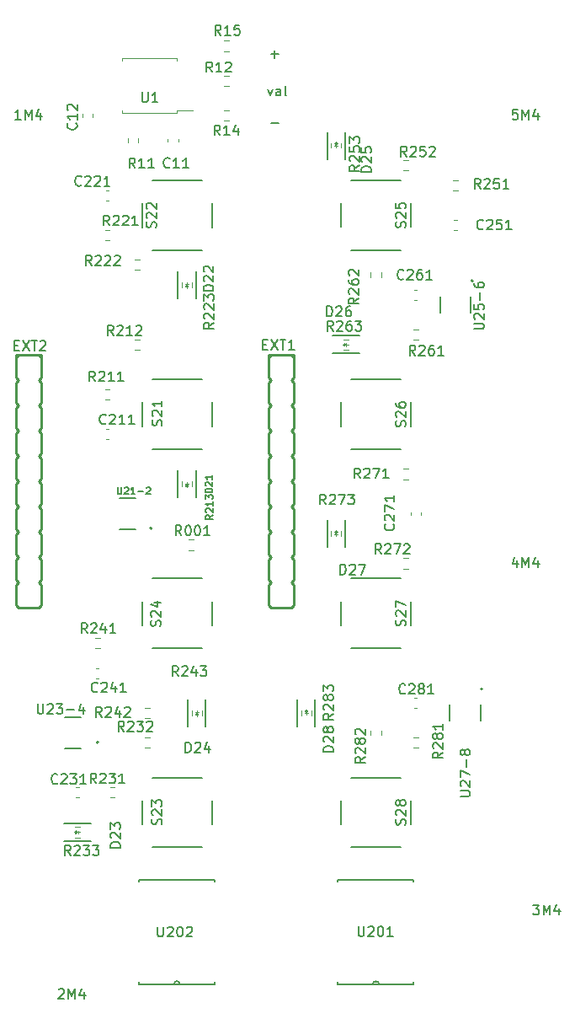
<source format=gbr>
%TF.GenerationSoftware,KiCad,Pcbnew,(6.0.2)*%
%TF.CreationDate,2022-04-01T11:09:41+02:00*%
%TF.ProjectId,cartteFille,63617274-7465-4466-996c-6c652e6b6963,rev?*%
%TF.SameCoordinates,Original*%
%TF.FileFunction,Legend,Top*%
%TF.FilePolarity,Positive*%
%FSLAX46Y46*%
G04 Gerber Fmt 4.6, Leading zero omitted, Abs format (unit mm)*
G04 Created by KiCad (PCBNEW (6.0.2)) date 2022-04-01 11:09:41*
%MOMM*%
%LPD*%
G01*
G04 APERTURE LIST*
%ADD10C,0.150000*%
%ADD11C,0.152400*%
%ADD12C,0.120000*%
%ADD13C,0.127000*%
%ADD14C,0.100000*%
%ADD15C,0.254000*%
%ADD16C,0.200000*%
G04 APERTURE END LIST*
D10*
X29489447Y-10739428D02*
X30251352Y-10739428D01*
X29121219Y-7329514D02*
X29359314Y-7996180D01*
X29597409Y-7329514D01*
X30406933Y-7996180D02*
X30406933Y-7472371D01*
X30359314Y-7377133D01*
X30264076Y-7329514D01*
X30073600Y-7329514D01*
X29978361Y-7377133D01*
X30406933Y-7948561D02*
X30311695Y-7996180D01*
X30073600Y-7996180D01*
X29978361Y-7948561D01*
X29930742Y-7853323D01*
X29930742Y-7758085D01*
X29978361Y-7662847D01*
X30073600Y-7615228D01*
X30311695Y-7615228D01*
X30406933Y-7567609D01*
X31025980Y-7996180D02*
X30930742Y-7948561D01*
X30883123Y-7853323D01*
X30883123Y-6996180D01*
X29438647Y-3830628D02*
X30200552Y-3830628D01*
X29819600Y-4211580D02*
X29819600Y-3449676D01*
%TO.C,U202*%
X18055714Y-91482380D02*
X18055714Y-92291904D01*
X18103333Y-92387142D01*
X18150952Y-92434761D01*
X18246190Y-92482380D01*
X18436666Y-92482380D01*
X18531904Y-92434761D01*
X18579523Y-92387142D01*
X18627142Y-92291904D01*
X18627142Y-91482380D01*
X19055714Y-91577619D02*
X19103333Y-91530000D01*
X19198571Y-91482380D01*
X19436666Y-91482380D01*
X19531904Y-91530000D01*
X19579523Y-91577619D01*
X19627142Y-91672857D01*
X19627142Y-91768095D01*
X19579523Y-91910952D01*
X19008095Y-92482380D01*
X19627142Y-92482380D01*
X20246190Y-91482380D02*
X20341428Y-91482380D01*
X20436666Y-91530000D01*
X20484285Y-91577619D01*
X20531904Y-91672857D01*
X20579523Y-91863333D01*
X20579523Y-92101428D01*
X20531904Y-92291904D01*
X20484285Y-92387142D01*
X20436666Y-92434761D01*
X20341428Y-92482380D01*
X20246190Y-92482380D01*
X20150952Y-92434761D01*
X20103333Y-92387142D01*
X20055714Y-92291904D01*
X20008095Y-92101428D01*
X20008095Y-91863333D01*
X20055714Y-91672857D01*
X20103333Y-91577619D01*
X20150952Y-91530000D01*
X20246190Y-91482380D01*
X20960476Y-91577619D02*
X21008095Y-91530000D01*
X21103333Y-91482380D01*
X21341428Y-91482380D01*
X21436666Y-91530000D01*
X21484285Y-91577619D01*
X21531904Y-91672857D01*
X21531904Y-91768095D01*
X21484285Y-91910952D01*
X20912857Y-92482380D01*
X21531904Y-92482380D01*
%TO.C,R282*%
X38922380Y-74449047D02*
X38446190Y-74782380D01*
X38922380Y-75020476D02*
X37922380Y-75020476D01*
X37922380Y-74639523D01*
X37970000Y-74544285D01*
X38017619Y-74496666D01*
X38112857Y-74449047D01*
X38255714Y-74449047D01*
X38350952Y-74496666D01*
X38398571Y-74544285D01*
X38446190Y-74639523D01*
X38446190Y-75020476D01*
X38017619Y-74068095D02*
X37970000Y-74020476D01*
X37922380Y-73925238D01*
X37922380Y-73687142D01*
X37970000Y-73591904D01*
X38017619Y-73544285D01*
X38112857Y-73496666D01*
X38208095Y-73496666D01*
X38350952Y-73544285D01*
X38922380Y-74115714D01*
X38922380Y-73496666D01*
X38350952Y-72925238D02*
X38303333Y-73020476D01*
X38255714Y-73068095D01*
X38160476Y-73115714D01*
X38112857Y-73115714D01*
X38017619Y-73068095D01*
X37970000Y-73020476D01*
X37922380Y-72925238D01*
X37922380Y-72734761D01*
X37970000Y-72639523D01*
X38017619Y-72591904D01*
X38112857Y-72544285D01*
X38160476Y-72544285D01*
X38255714Y-72591904D01*
X38303333Y-72639523D01*
X38350952Y-72734761D01*
X38350952Y-72925238D01*
X38398571Y-73020476D01*
X38446190Y-73068095D01*
X38541428Y-73115714D01*
X38731904Y-73115714D01*
X38827142Y-73068095D01*
X38874761Y-73020476D01*
X38922380Y-72925238D01*
X38922380Y-72734761D01*
X38874761Y-72639523D01*
X38827142Y-72591904D01*
X38731904Y-72544285D01*
X38541428Y-72544285D01*
X38446190Y-72591904D01*
X38398571Y-72639523D01*
X38350952Y-72734761D01*
X38017619Y-72163333D02*
X37970000Y-72115714D01*
X37922380Y-72020476D01*
X37922380Y-71782380D01*
X37970000Y-71687142D01*
X38017619Y-71639523D01*
X38112857Y-71591904D01*
X38208095Y-71591904D01*
X38350952Y-71639523D01*
X38922380Y-72210952D01*
X38922380Y-71591904D01*
%TO.C,R231*%
X11880952Y-77082380D02*
X11547619Y-76606190D01*
X11309523Y-77082380D02*
X11309523Y-76082380D01*
X11690476Y-76082380D01*
X11785714Y-76130000D01*
X11833333Y-76177619D01*
X11880952Y-76272857D01*
X11880952Y-76415714D01*
X11833333Y-76510952D01*
X11785714Y-76558571D01*
X11690476Y-76606190D01*
X11309523Y-76606190D01*
X12261904Y-76177619D02*
X12309523Y-76130000D01*
X12404761Y-76082380D01*
X12642857Y-76082380D01*
X12738095Y-76130000D01*
X12785714Y-76177619D01*
X12833333Y-76272857D01*
X12833333Y-76368095D01*
X12785714Y-76510952D01*
X12214285Y-77082380D01*
X12833333Y-77082380D01*
X13166666Y-76082380D02*
X13785714Y-76082380D01*
X13452380Y-76463333D01*
X13595238Y-76463333D01*
X13690476Y-76510952D01*
X13738095Y-76558571D01*
X13785714Y-76653809D01*
X13785714Y-76891904D01*
X13738095Y-76987142D01*
X13690476Y-77034761D01*
X13595238Y-77082380D01*
X13309523Y-77082380D01*
X13214285Y-77034761D01*
X13166666Y-76987142D01*
X14738095Y-77082380D02*
X14166666Y-77082380D01*
X14452380Y-77082380D02*
X14452380Y-76082380D01*
X14357142Y-76225238D01*
X14261904Y-76320476D01*
X14166666Y-76368095D01*
%TO.C,2M4*%
X8096666Y-97827619D02*
X8144285Y-97780000D01*
X8239523Y-97732380D01*
X8477619Y-97732380D01*
X8572857Y-97780000D01*
X8620476Y-97827619D01*
X8668095Y-97922857D01*
X8668095Y-98018095D01*
X8620476Y-98160952D01*
X8049047Y-98732380D01*
X8668095Y-98732380D01*
X9096666Y-98732380D02*
X9096666Y-97732380D01*
X9430000Y-98446666D01*
X9763333Y-97732380D01*
X9763333Y-98732380D01*
X10668095Y-98065714D02*
X10668095Y-98732380D01*
X10430000Y-97684761D02*
X10191904Y-98399047D01*
X10810952Y-98399047D01*
%TO.C,S22*%
X17864761Y-21248095D02*
X17912380Y-21105238D01*
X17912380Y-20867142D01*
X17864761Y-20771904D01*
X17817142Y-20724285D01*
X17721904Y-20676666D01*
X17626666Y-20676666D01*
X17531428Y-20724285D01*
X17483809Y-20771904D01*
X17436190Y-20867142D01*
X17388571Y-21057619D01*
X17340952Y-21152857D01*
X17293333Y-21200476D01*
X17198095Y-21248095D01*
X17102857Y-21248095D01*
X17007619Y-21200476D01*
X16960000Y-21152857D01*
X16912380Y-21057619D01*
X16912380Y-20819523D01*
X16960000Y-20676666D01*
X17007619Y-20295714D02*
X16960000Y-20248095D01*
X16912380Y-20152857D01*
X16912380Y-19914761D01*
X16960000Y-19819523D01*
X17007619Y-19771904D01*
X17102857Y-19724285D01*
X17198095Y-19724285D01*
X17340952Y-19771904D01*
X17912380Y-20343333D01*
X17912380Y-19724285D01*
X17007619Y-19343333D02*
X16960000Y-19295714D01*
X16912380Y-19200476D01*
X16912380Y-18962380D01*
X16960000Y-18867142D01*
X17007619Y-18819523D01*
X17102857Y-18771904D01*
X17198095Y-18771904D01*
X17340952Y-18819523D01*
X17912380Y-19390952D01*
X17912380Y-18771904D01*
%TO.C,R283*%
X35732980Y-70080047D02*
X35256790Y-70413380D01*
X35732980Y-70651476D02*
X34732980Y-70651476D01*
X34732980Y-70270523D01*
X34780600Y-70175285D01*
X34828219Y-70127666D01*
X34923457Y-70080047D01*
X35066314Y-70080047D01*
X35161552Y-70127666D01*
X35209171Y-70175285D01*
X35256790Y-70270523D01*
X35256790Y-70651476D01*
X34828219Y-69699095D02*
X34780600Y-69651476D01*
X34732980Y-69556238D01*
X34732980Y-69318142D01*
X34780600Y-69222904D01*
X34828219Y-69175285D01*
X34923457Y-69127666D01*
X35018695Y-69127666D01*
X35161552Y-69175285D01*
X35732980Y-69746714D01*
X35732980Y-69127666D01*
X35161552Y-68556238D02*
X35113933Y-68651476D01*
X35066314Y-68699095D01*
X34971076Y-68746714D01*
X34923457Y-68746714D01*
X34828219Y-68699095D01*
X34780600Y-68651476D01*
X34732980Y-68556238D01*
X34732980Y-68365761D01*
X34780600Y-68270523D01*
X34828219Y-68222904D01*
X34923457Y-68175285D01*
X34971076Y-68175285D01*
X35066314Y-68222904D01*
X35113933Y-68270523D01*
X35161552Y-68365761D01*
X35161552Y-68556238D01*
X35209171Y-68651476D01*
X35256790Y-68699095D01*
X35352028Y-68746714D01*
X35542504Y-68746714D01*
X35637742Y-68699095D01*
X35685361Y-68651476D01*
X35732980Y-68556238D01*
X35732980Y-68365761D01*
X35685361Y-68270523D01*
X35637742Y-68222904D01*
X35542504Y-68175285D01*
X35352028Y-68175285D01*
X35256790Y-68222904D01*
X35209171Y-68270523D01*
X35161552Y-68365761D01*
X34732980Y-67841952D02*
X34732980Y-67222904D01*
X35113933Y-67556238D01*
X35113933Y-67413380D01*
X35161552Y-67318142D01*
X35209171Y-67270523D01*
X35304409Y-67222904D01*
X35542504Y-67222904D01*
X35637742Y-67270523D01*
X35685361Y-67318142D01*
X35732980Y-67413380D01*
X35732980Y-67699095D01*
X35685361Y-67794333D01*
X35637742Y-67841952D01*
%TO.C,S28*%
X42944761Y-81238095D02*
X42992380Y-81095238D01*
X42992380Y-80857142D01*
X42944761Y-80761904D01*
X42897142Y-80714285D01*
X42801904Y-80666666D01*
X42706666Y-80666666D01*
X42611428Y-80714285D01*
X42563809Y-80761904D01*
X42516190Y-80857142D01*
X42468571Y-81047619D01*
X42420952Y-81142857D01*
X42373333Y-81190476D01*
X42278095Y-81238095D01*
X42182857Y-81238095D01*
X42087619Y-81190476D01*
X42040000Y-81142857D01*
X41992380Y-81047619D01*
X41992380Y-80809523D01*
X42040000Y-80666666D01*
X42087619Y-80285714D02*
X42040000Y-80238095D01*
X41992380Y-80142857D01*
X41992380Y-79904761D01*
X42040000Y-79809523D01*
X42087619Y-79761904D01*
X42182857Y-79714285D01*
X42278095Y-79714285D01*
X42420952Y-79761904D01*
X42992380Y-80333333D01*
X42992380Y-79714285D01*
X42420952Y-79142857D02*
X42373333Y-79238095D01*
X42325714Y-79285714D01*
X42230476Y-79333333D01*
X42182857Y-79333333D01*
X42087619Y-79285714D01*
X42040000Y-79238095D01*
X41992380Y-79142857D01*
X41992380Y-78952380D01*
X42040000Y-78857142D01*
X42087619Y-78809523D01*
X42182857Y-78761904D01*
X42230476Y-78761904D01*
X42325714Y-78809523D01*
X42373333Y-78857142D01*
X42420952Y-78952380D01*
X42420952Y-79142857D01*
X42468571Y-79238095D01*
X42516190Y-79285714D01*
X42611428Y-79333333D01*
X42801904Y-79333333D01*
X42897142Y-79285714D01*
X42944761Y-79238095D01*
X42992380Y-79142857D01*
X42992380Y-78952380D01*
X42944761Y-78857142D01*
X42897142Y-78809523D01*
X42801904Y-78761904D01*
X42611428Y-78761904D01*
X42516190Y-78809523D01*
X42468571Y-78857142D01*
X42420952Y-78952380D01*
%TO.C,R242*%
X12440952Y-70402380D02*
X12107619Y-69926190D01*
X11869523Y-70402380D02*
X11869523Y-69402380D01*
X12250476Y-69402380D01*
X12345714Y-69450000D01*
X12393333Y-69497619D01*
X12440952Y-69592857D01*
X12440952Y-69735714D01*
X12393333Y-69830952D01*
X12345714Y-69878571D01*
X12250476Y-69926190D01*
X11869523Y-69926190D01*
X12821904Y-69497619D02*
X12869523Y-69450000D01*
X12964761Y-69402380D01*
X13202857Y-69402380D01*
X13298095Y-69450000D01*
X13345714Y-69497619D01*
X13393333Y-69592857D01*
X13393333Y-69688095D01*
X13345714Y-69830952D01*
X12774285Y-70402380D01*
X13393333Y-70402380D01*
X14250476Y-69735714D02*
X14250476Y-70402380D01*
X14012380Y-69354761D02*
X13774285Y-70069047D01*
X14393333Y-70069047D01*
X14726666Y-69497619D02*
X14774285Y-69450000D01*
X14869523Y-69402380D01*
X15107619Y-69402380D01*
X15202857Y-69450000D01*
X15250476Y-69497619D01*
X15298095Y-69592857D01*
X15298095Y-69688095D01*
X15250476Y-69830952D01*
X14679047Y-70402380D01*
X15298095Y-70402380D01*
%TO.C,D25*%
X39542380Y-15634285D02*
X38542380Y-15634285D01*
X38542380Y-15396190D01*
X38590000Y-15253333D01*
X38685238Y-15158095D01*
X38780476Y-15110476D01*
X38970952Y-15062857D01*
X39113809Y-15062857D01*
X39304285Y-15110476D01*
X39399523Y-15158095D01*
X39494761Y-15253333D01*
X39542380Y-15396190D01*
X39542380Y-15634285D01*
X38637619Y-14681904D02*
X38590000Y-14634285D01*
X38542380Y-14539047D01*
X38542380Y-14300952D01*
X38590000Y-14205714D01*
X38637619Y-14158095D01*
X38732857Y-14110476D01*
X38828095Y-14110476D01*
X38970952Y-14158095D01*
X39542380Y-14729523D01*
X39542380Y-14110476D01*
X38542380Y-13205714D02*
X38542380Y-13681904D01*
X39018571Y-13729523D01*
X38970952Y-13681904D01*
X38923333Y-13586666D01*
X38923333Y-13348571D01*
X38970952Y-13253333D01*
X39018571Y-13205714D01*
X39113809Y-13158095D01*
X39351904Y-13158095D01*
X39447142Y-13205714D01*
X39494761Y-13253333D01*
X39542380Y-13348571D01*
X39542380Y-13586666D01*
X39494761Y-13681904D01*
X39447142Y-13729523D01*
%TO.C,EXT1*%
X28652380Y-32978571D02*
X28985714Y-32978571D01*
X29128571Y-33502380D02*
X28652380Y-33502380D01*
X28652380Y-32502380D01*
X29128571Y-32502380D01*
X29461904Y-32502380D02*
X30128571Y-33502380D01*
X30128571Y-32502380D02*
X29461904Y-33502380D01*
X30366666Y-32502380D02*
X30938095Y-32502380D01*
X30652380Y-33502380D02*
X30652380Y-32502380D01*
X31795238Y-33502380D02*
X31223809Y-33502380D01*
X31509523Y-33502380D02*
X31509523Y-32502380D01*
X31414285Y-32645238D01*
X31319047Y-32740476D01*
X31223809Y-32788095D01*
%TO.C,R001*%
X20445552Y-52166780D02*
X20112219Y-51690590D01*
X19874123Y-52166780D02*
X19874123Y-51166780D01*
X20255076Y-51166780D01*
X20350314Y-51214400D01*
X20397933Y-51262019D01*
X20445552Y-51357257D01*
X20445552Y-51500114D01*
X20397933Y-51595352D01*
X20350314Y-51642971D01*
X20255076Y-51690590D01*
X19874123Y-51690590D01*
X21064600Y-51166780D02*
X21159838Y-51166780D01*
X21255076Y-51214400D01*
X21302695Y-51262019D01*
X21350314Y-51357257D01*
X21397933Y-51547733D01*
X21397933Y-51785828D01*
X21350314Y-51976304D01*
X21302695Y-52071542D01*
X21255076Y-52119161D01*
X21159838Y-52166780D01*
X21064600Y-52166780D01*
X20969361Y-52119161D01*
X20921742Y-52071542D01*
X20874123Y-51976304D01*
X20826504Y-51785828D01*
X20826504Y-51547733D01*
X20874123Y-51357257D01*
X20921742Y-51262019D01*
X20969361Y-51214400D01*
X21064600Y-51166780D01*
X22016980Y-51166780D02*
X22112219Y-51166780D01*
X22207457Y-51214400D01*
X22255076Y-51262019D01*
X22302695Y-51357257D01*
X22350314Y-51547733D01*
X22350314Y-51785828D01*
X22302695Y-51976304D01*
X22255076Y-52071542D01*
X22207457Y-52119161D01*
X22112219Y-52166780D01*
X22016980Y-52166780D01*
X21921742Y-52119161D01*
X21874123Y-52071542D01*
X21826504Y-51976304D01*
X21778885Y-51785828D01*
X21778885Y-51547733D01*
X21826504Y-51357257D01*
X21874123Y-51262019D01*
X21921742Y-51214400D01*
X22016980Y-51166780D01*
X23302695Y-52166780D02*
X22731266Y-52166780D01*
X23016980Y-52166780D02*
X23016980Y-51166780D01*
X22921742Y-51309638D01*
X22826504Y-51404876D01*
X22731266Y-51452495D01*
%TO.C,R261*%
X43965952Y-34081980D02*
X43632619Y-33605790D01*
X43394523Y-34081980D02*
X43394523Y-33081980D01*
X43775476Y-33081980D01*
X43870714Y-33129600D01*
X43918333Y-33177219D01*
X43965952Y-33272457D01*
X43965952Y-33415314D01*
X43918333Y-33510552D01*
X43870714Y-33558171D01*
X43775476Y-33605790D01*
X43394523Y-33605790D01*
X44346904Y-33177219D02*
X44394523Y-33129600D01*
X44489761Y-33081980D01*
X44727857Y-33081980D01*
X44823095Y-33129600D01*
X44870714Y-33177219D01*
X44918333Y-33272457D01*
X44918333Y-33367695D01*
X44870714Y-33510552D01*
X44299285Y-34081980D01*
X44918333Y-34081980D01*
X45775476Y-33081980D02*
X45585000Y-33081980D01*
X45489761Y-33129600D01*
X45442142Y-33177219D01*
X45346904Y-33320076D01*
X45299285Y-33510552D01*
X45299285Y-33891504D01*
X45346904Y-33986742D01*
X45394523Y-34034361D01*
X45489761Y-34081980D01*
X45680238Y-34081980D01*
X45775476Y-34034361D01*
X45823095Y-33986742D01*
X45870714Y-33891504D01*
X45870714Y-33653409D01*
X45823095Y-33558171D01*
X45775476Y-33510552D01*
X45680238Y-33462933D01*
X45489761Y-33462933D01*
X45394523Y-33510552D01*
X45346904Y-33558171D01*
X45299285Y-33653409D01*
X46823095Y-34081980D02*
X46251666Y-34081980D01*
X46537380Y-34081980D02*
X46537380Y-33081980D01*
X46442142Y-33224838D01*
X46346904Y-33320076D01*
X46251666Y-33367695D01*
%TO.C,C261*%
X42780952Y-26377142D02*
X42733333Y-26424761D01*
X42590476Y-26472380D01*
X42495238Y-26472380D01*
X42352380Y-26424761D01*
X42257142Y-26329523D01*
X42209523Y-26234285D01*
X42161904Y-26043809D01*
X42161904Y-25900952D01*
X42209523Y-25710476D01*
X42257142Y-25615238D01*
X42352380Y-25520000D01*
X42495238Y-25472380D01*
X42590476Y-25472380D01*
X42733333Y-25520000D01*
X42780952Y-25567619D01*
X43161904Y-25567619D02*
X43209523Y-25520000D01*
X43304761Y-25472380D01*
X43542857Y-25472380D01*
X43638095Y-25520000D01*
X43685714Y-25567619D01*
X43733333Y-25662857D01*
X43733333Y-25758095D01*
X43685714Y-25900952D01*
X43114285Y-26472380D01*
X43733333Y-26472380D01*
X44590476Y-25472380D02*
X44400000Y-25472380D01*
X44304761Y-25520000D01*
X44257142Y-25567619D01*
X44161904Y-25710476D01*
X44114285Y-25900952D01*
X44114285Y-26281904D01*
X44161904Y-26377142D01*
X44209523Y-26424761D01*
X44304761Y-26472380D01*
X44495238Y-26472380D01*
X44590476Y-26424761D01*
X44638095Y-26377142D01*
X44685714Y-26281904D01*
X44685714Y-26043809D01*
X44638095Y-25948571D01*
X44590476Y-25900952D01*
X44495238Y-25853333D01*
X44304761Y-25853333D01*
X44209523Y-25900952D01*
X44161904Y-25948571D01*
X44114285Y-26043809D01*
X45638095Y-26472380D02*
X45066666Y-26472380D01*
X45352380Y-26472380D02*
X45352380Y-25472380D01*
X45257142Y-25615238D01*
X45161904Y-25710476D01*
X45066666Y-25758095D01*
%TO.C,C251*%
X50798552Y-21362942D02*
X50750933Y-21410561D01*
X50608076Y-21458180D01*
X50512838Y-21458180D01*
X50369980Y-21410561D01*
X50274742Y-21315323D01*
X50227123Y-21220085D01*
X50179504Y-21029609D01*
X50179504Y-20886752D01*
X50227123Y-20696276D01*
X50274742Y-20601038D01*
X50369980Y-20505800D01*
X50512838Y-20458180D01*
X50608076Y-20458180D01*
X50750933Y-20505800D01*
X50798552Y-20553419D01*
X51179504Y-20553419D02*
X51227123Y-20505800D01*
X51322361Y-20458180D01*
X51560457Y-20458180D01*
X51655695Y-20505800D01*
X51703314Y-20553419D01*
X51750933Y-20648657D01*
X51750933Y-20743895D01*
X51703314Y-20886752D01*
X51131885Y-21458180D01*
X51750933Y-21458180D01*
X52655695Y-20458180D02*
X52179504Y-20458180D01*
X52131885Y-20934371D01*
X52179504Y-20886752D01*
X52274742Y-20839133D01*
X52512838Y-20839133D01*
X52608076Y-20886752D01*
X52655695Y-20934371D01*
X52703314Y-21029609D01*
X52703314Y-21267704D01*
X52655695Y-21362942D01*
X52608076Y-21410561D01*
X52512838Y-21458180D01*
X52274742Y-21458180D01*
X52179504Y-21410561D01*
X52131885Y-21362942D01*
X53655695Y-21458180D02*
X53084266Y-21458180D01*
X53369980Y-21458180D02*
X53369980Y-20458180D01*
X53274742Y-20601038D01*
X53179504Y-20696276D01*
X53084266Y-20743895D01*
%TO.C,C211*%
X12850952Y-40907142D02*
X12803333Y-40954761D01*
X12660476Y-41002380D01*
X12565238Y-41002380D01*
X12422380Y-40954761D01*
X12327142Y-40859523D01*
X12279523Y-40764285D01*
X12231904Y-40573809D01*
X12231904Y-40430952D01*
X12279523Y-40240476D01*
X12327142Y-40145238D01*
X12422380Y-40050000D01*
X12565238Y-40002380D01*
X12660476Y-40002380D01*
X12803333Y-40050000D01*
X12850952Y-40097619D01*
X13231904Y-40097619D02*
X13279523Y-40050000D01*
X13374761Y-40002380D01*
X13612857Y-40002380D01*
X13708095Y-40050000D01*
X13755714Y-40097619D01*
X13803333Y-40192857D01*
X13803333Y-40288095D01*
X13755714Y-40430952D01*
X13184285Y-41002380D01*
X13803333Y-41002380D01*
X14755714Y-41002380D02*
X14184285Y-41002380D01*
X14470000Y-41002380D02*
X14470000Y-40002380D01*
X14374761Y-40145238D01*
X14279523Y-40240476D01*
X14184285Y-40288095D01*
X15708095Y-41002380D02*
X15136666Y-41002380D01*
X15422380Y-41002380D02*
X15422380Y-40002380D01*
X15327142Y-40145238D01*
X15231904Y-40240476D01*
X15136666Y-40288095D01*
%TO.C,R213*%
X23596666Y-50113333D02*
X23263333Y-50346666D01*
X23596666Y-50513333D02*
X22896666Y-50513333D01*
X22896666Y-50246666D01*
X22930000Y-50180000D01*
X22963333Y-50146666D01*
X23030000Y-50113333D01*
X23130000Y-50113333D01*
X23196666Y-50146666D01*
X23230000Y-50180000D01*
X23263333Y-50246666D01*
X23263333Y-50513333D01*
X22963333Y-49846666D02*
X22930000Y-49813333D01*
X22896666Y-49746666D01*
X22896666Y-49580000D01*
X22930000Y-49513333D01*
X22963333Y-49480000D01*
X23030000Y-49446666D01*
X23096666Y-49446666D01*
X23196666Y-49480000D01*
X23596666Y-49880000D01*
X23596666Y-49446666D01*
X23596666Y-48780000D02*
X23596666Y-49180000D01*
X23596666Y-48980000D02*
X22896666Y-48980000D01*
X22996666Y-49046666D01*
X23063333Y-49113333D01*
X23096666Y-49180000D01*
X22896666Y-48546666D02*
X22896666Y-48113333D01*
X23163333Y-48346666D01*
X23163333Y-48246666D01*
X23196666Y-48180000D01*
X23230000Y-48146666D01*
X23296666Y-48113333D01*
X23463333Y-48113333D01*
X23530000Y-48146666D01*
X23563333Y-48180000D01*
X23596666Y-48246666D01*
X23596666Y-48446666D01*
X23563333Y-48513333D01*
X23530000Y-48546666D01*
%TO.C,R253*%
X38362380Y-14979047D02*
X37886190Y-15312380D01*
X38362380Y-15550476D02*
X37362380Y-15550476D01*
X37362380Y-15169523D01*
X37410000Y-15074285D01*
X37457619Y-15026666D01*
X37552857Y-14979047D01*
X37695714Y-14979047D01*
X37790952Y-15026666D01*
X37838571Y-15074285D01*
X37886190Y-15169523D01*
X37886190Y-15550476D01*
X37457619Y-14598095D02*
X37410000Y-14550476D01*
X37362380Y-14455238D01*
X37362380Y-14217142D01*
X37410000Y-14121904D01*
X37457619Y-14074285D01*
X37552857Y-14026666D01*
X37648095Y-14026666D01*
X37790952Y-14074285D01*
X38362380Y-14645714D01*
X38362380Y-14026666D01*
X37362380Y-13121904D02*
X37362380Y-13598095D01*
X37838571Y-13645714D01*
X37790952Y-13598095D01*
X37743333Y-13502857D01*
X37743333Y-13264761D01*
X37790952Y-13169523D01*
X37838571Y-13121904D01*
X37933809Y-13074285D01*
X38171904Y-13074285D01*
X38267142Y-13121904D01*
X38314761Y-13169523D01*
X38362380Y-13264761D01*
X38362380Y-13502857D01*
X38314761Y-13598095D01*
X38267142Y-13645714D01*
X37362380Y-12740952D02*
X37362380Y-12121904D01*
X37743333Y-12455238D01*
X37743333Y-12312380D01*
X37790952Y-12217142D01*
X37838571Y-12169523D01*
X37933809Y-12121904D01*
X38171904Y-12121904D01*
X38267142Y-12169523D01*
X38314761Y-12217142D01*
X38362380Y-12312380D01*
X38362380Y-12598095D01*
X38314761Y-12693333D01*
X38267142Y-12740952D01*
%TO.C,R243*%
X20120952Y-66302380D02*
X19787619Y-65826190D01*
X19549523Y-66302380D02*
X19549523Y-65302380D01*
X19930476Y-65302380D01*
X20025714Y-65350000D01*
X20073333Y-65397619D01*
X20120952Y-65492857D01*
X20120952Y-65635714D01*
X20073333Y-65730952D01*
X20025714Y-65778571D01*
X19930476Y-65826190D01*
X19549523Y-65826190D01*
X20501904Y-65397619D02*
X20549523Y-65350000D01*
X20644761Y-65302380D01*
X20882857Y-65302380D01*
X20978095Y-65350000D01*
X21025714Y-65397619D01*
X21073333Y-65492857D01*
X21073333Y-65588095D01*
X21025714Y-65730952D01*
X20454285Y-66302380D01*
X21073333Y-66302380D01*
X21930476Y-65635714D02*
X21930476Y-66302380D01*
X21692380Y-65254761D02*
X21454285Y-65969047D01*
X22073333Y-65969047D01*
X22359047Y-65302380D02*
X22978095Y-65302380D01*
X22644761Y-65683333D01*
X22787619Y-65683333D01*
X22882857Y-65730952D01*
X22930476Y-65778571D01*
X22978095Y-65873809D01*
X22978095Y-66111904D01*
X22930476Y-66207142D01*
X22882857Y-66254761D01*
X22787619Y-66302380D01*
X22501904Y-66302380D01*
X22406666Y-66254761D01*
X22359047Y-66207142D01*
%TO.C,U23-4*%
X5976666Y-69092380D02*
X5976666Y-69901904D01*
X6024285Y-69997142D01*
X6071904Y-70044761D01*
X6167142Y-70092380D01*
X6357619Y-70092380D01*
X6452857Y-70044761D01*
X6500476Y-69997142D01*
X6548095Y-69901904D01*
X6548095Y-69092380D01*
X6976666Y-69187619D02*
X7024285Y-69140000D01*
X7119523Y-69092380D01*
X7357619Y-69092380D01*
X7452857Y-69140000D01*
X7500476Y-69187619D01*
X7548095Y-69282857D01*
X7548095Y-69378095D01*
X7500476Y-69520952D01*
X6929047Y-70092380D01*
X7548095Y-70092380D01*
X7881428Y-69092380D02*
X8500476Y-69092380D01*
X8167142Y-69473333D01*
X8310000Y-69473333D01*
X8405238Y-69520952D01*
X8452857Y-69568571D01*
X8500476Y-69663809D01*
X8500476Y-69901904D01*
X8452857Y-69997142D01*
X8405238Y-70044761D01*
X8310000Y-70092380D01*
X8024285Y-70092380D01*
X7929047Y-70044761D01*
X7881428Y-69997142D01*
X8929047Y-69711428D02*
X9690952Y-69711428D01*
X10595714Y-69425714D02*
X10595714Y-70092380D01*
X10357619Y-69044761D02*
X10119523Y-69759047D01*
X10738571Y-69759047D01*
%TO.C,3M4*%
X55809047Y-89282380D02*
X56428095Y-89282380D01*
X56094761Y-89663333D01*
X56237619Y-89663333D01*
X56332857Y-89710952D01*
X56380476Y-89758571D01*
X56428095Y-89853809D01*
X56428095Y-90091904D01*
X56380476Y-90187142D01*
X56332857Y-90234761D01*
X56237619Y-90282380D01*
X55951904Y-90282380D01*
X55856666Y-90234761D01*
X55809047Y-90187142D01*
X56856666Y-90282380D02*
X56856666Y-89282380D01*
X57190000Y-89996666D01*
X57523333Y-89282380D01*
X57523333Y-90282380D01*
X58428095Y-89615714D02*
X58428095Y-90282380D01*
X58190000Y-89234761D02*
X57951904Y-89949047D01*
X58570952Y-89949047D01*
%TO.C,R12*%
X23547142Y-5612380D02*
X23213809Y-5136190D01*
X22975714Y-5612380D02*
X22975714Y-4612380D01*
X23356666Y-4612380D01*
X23451904Y-4660000D01*
X23499523Y-4707619D01*
X23547142Y-4802857D01*
X23547142Y-4945714D01*
X23499523Y-5040952D01*
X23451904Y-5088571D01*
X23356666Y-5136190D01*
X22975714Y-5136190D01*
X24499523Y-5612380D02*
X23928095Y-5612380D01*
X24213809Y-5612380D02*
X24213809Y-4612380D01*
X24118571Y-4755238D01*
X24023333Y-4850476D01*
X23928095Y-4898095D01*
X24880476Y-4707619D02*
X24928095Y-4660000D01*
X25023333Y-4612380D01*
X25261428Y-4612380D01*
X25356666Y-4660000D01*
X25404285Y-4707619D01*
X25451904Y-4802857D01*
X25451904Y-4898095D01*
X25404285Y-5040952D01*
X24832857Y-5612380D01*
X25451904Y-5612380D01*
%TO.C,U25-6*%
X49871380Y-31441733D02*
X50680904Y-31441733D01*
X50776142Y-31394114D01*
X50823761Y-31346495D01*
X50871380Y-31251257D01*
X50871380Y-31060780D01*
X50823761Y-30965542D01*
X50776142Y-30917923D01*
X50680904Y-30870304D01*
X49871380Y-30870304D01*
X49966619Y-30441733D02*
X49919000Y-30394114D01*
X49871380Y-30298876D01*
X49871380Y-30060780D01*
X49919000Y-29965542D01*
X49966619Y-29917923D01*
X50061857Y-29870304D01*
X50157095Y-29870304D01*
X50299952Y-29917923D01*
X50871380Y-30489352D01*
X50871380Y-29870304D01*
X49871380Y-28965542D02*
X49871380Y-29441733D01*
X50347571Y-29489352D01*
X50299952Y-29441733D01*
X50252333Y-29346495D01*
X50252333Y-29108400D01*
X50299952Y-29013161D01*
X50347571Y-28965542D01*
X50442809Y-28917923D01*
X50680904Y-28917923D01*
X50776142Y-28965542D01*
X50823761Y-29013161D01*
X50871380Y-29108400D01*
X50871380Y-29346495D01*
X50823761Y-29441733D01*
X50776142Y-29489352D01*
X50490428Y-28489352D02*
X50490428Y-27727447D01*
X49871380Y-26822685D02*
X49871380Y-27013161D01*
X49919000Y-27108400D01*
X49966619Y-27156019D01*
X50109476Y-27251257D01*
X50299952Y-27298876D01*
X50680904Y-27298876D01*
X50776142Y-27251257D01*
X50823761Y-27203638D01*
X50871380Y-27108400D01*
X50871380Y-26917923D01*
X50823761Y-26822685D01*
X50776142Y-26775066D01*
X50680904Y-26727447D01*
X50442809Y-26727447D01*
X50347571Y-26775066D01*
X50299952Y-26822685D01*
X50252333Y-26917923D01*
X50252333Y-27108400D01*
X50299952Y-27203638D01*
X50347571Y-27251257D01*
X50442809Y-27298876D01*
%TO.C,EXT2*%
X3652380Y-33088571D02*
X3985714Y-33088571D01*
X4128571Y-33612380D02*
X3652380Y-33612380D01*
X3652380Y-32612380D01*
X4128571Y-32612380D01*
X4461904Y-32612380D02*
X5128571Y-33612380D01*
X5128571Y-32612380D02*
X4461904Y-33612380D01*
X5366666Y-32612380D02*
X5938095Y-32612380D01*
X5652380Y-33612380D02*
X5652380Y-32612380D01*
X6223809Y-32707619D02*
X6271428Y-32660000D01*
X6366666Y-32612380D01*
X6604761Y-32612380D01*
X6700000Y-32660000D01*
X6747619Y-32707619D01*
X6795238Y-32802857D01*
X6795238Y-32898095D01*
X6747619Y-33040952D01*
X6176190Y-33612380D01*
X6795238Y-33612380D01*
%TO.C,D24*%
X20855714Y-73972380D02*
X20855714Y-72972380D01*
X21093809Y-72972380D01*
X21236666Y-73020000D01*
X21331904Y-73115238D01*
X21379523Y-73210476D01*
X21427142Y-73400952D01*
X21427142Y-73543809D01*
X21379523Y-73734285D01*
X21331904Y-73829523D01*
X21236666Y-73924761D01*
X21093809Y-73972380D01*
X20855714Y-73972380D01*
X21808095Y-73067619D02*
X21855714Y-73020000D01*
X21950952Y-72972380D01*
X22189047Y-72972380D01*
X22284285Y-73020000D01*
X22331904Y-73067619D01*
X22379523Y-73162857D01*
X22379523Y-73258095D01*
X22331904Y-73400952D01*
X21760476Y-73972380D01*
X22379523Y-73972380D01*
X23236666Y-73305714D02*
X23236666Y-73972380D01*
X22998571Y-72924761D02*
X22760476Y-73639047D01*
X23379523Y-73639047D01*
%TO.C,4M4*%
X54202857Y-54725714D02*
X54202857Y-55392380D01*
X53964761Y-54344761D02*
X53726666Y-55059047D01*
X54345714Y-55059047D01*
X54726666Y-55392380D02*
X54726666Y-54392380D01*
X55060000Y-55106666D01*
X55393333Y-54392380D01*
X55393333Y-55392380D01*
X56298095Y-54725714D02*
X56298095Y-55392380D01*
X56060000Y-54344761D02*
X55821904Y-55059047D01*
X56440952Y-55059047D01*
%TO.C,S23*%
X18424761Y-81228095D02*
X18472380Y-81085238D01*
X18472380Y-80847142D01*
X18424761Y-80751904D01*
X18377142Y-80704285D01*
X18281904Y-80656666D01*
X18186666Y-80656666D01*
X18091428Y-80704285D01*
X18043809Y-80751904D01*
X17996190Y-80847142D01*
X17948571Y-81037619D01*
X17900952Y-81132857D01*
X17853333Y-81180476D01*
X17758095Y-81228095D01*
X17662857Y-81228095D01*
X17567619Y-81180476D01*
X17520000Y-81132857D01*
X17472380Y-81037619D01*
X17472380Y-80799523D01*
X17520000Y-80656666D01*
X17567619Y-80275714D02*
X17520000Y-80228095D01*
X17472380Y-80132857D01*
X17472380Y-79894761D01*
X17520000Y-79799523D01*
X17567619Y-79751904D01*
X17662857Y-79704285D01*
X17758095Y-79704285D01*
X17900952Y-79751904D01*
X18472380Y-80323333D01*
X18472380Y-79704285D01*
X17472380Y-79370952D02*
X17472380Y-78751904D01*
X17853333Y-79085238D01*
X17853333Y-78942380D01*
X17900952Y-78847142D01*
X17948571Y-78799523D01*
X18043809Y-78751904D01*
X18281904Y-78751904D01*
X18377142Y-78799523D01*
X18424761Y-78847142D01*
X18472380Y-78942380D01*
X18472380Y-79228095D01*
X18424761Y-79323333D01*
X18377142Y-79370952D01*
%TO.C,5M4*%
X54250476Y-9392380D02*
X53774285Y-9392380D01*
X53726666Y-9868571D01*
X53774285Y-9820952D01*
X53869523Y-9773333D01*
X54107619Y-9773333D01*
X54202857Y-9820952D01*
X54250476Y-9868571D01*
X54298095Y-9963809D01*
X54298095Y-10201904D01*
X54250476Y-10297142D01*
X54202857Y-10344761D01*
X54107619Y-10392380D01*
X53869523Y-10392380D01*
X53774285Y-10344761D01*
X53726666Y-10297142D01*
X54726666Y-10392380D02*
X54726666Y-9392380D01*
X55060000Y-10106666D01*
X55393333Y-9392380D01*
X55393333Y-10392380D01*
X56298095Y-9725714D02*
X56298095Y-10392380D01*
X56060000Y-9344761D02*
X55821904Y-10059047D01*
X56440952Y-10059047D01*
%TO.C,R272*%
X40540952Y-54032380D02*
X40207619Y-53556190D01*
X39969523Y-54032380D02*
X39969523Y-53032380D01*
X40350476Y-53032380D01*
X40445714Y-53080000D01*
X40493333Y-53127619D01*
X40540952Y-53222857D01*
X40540952Y-53365714D01*
X40493333Y-53460952D01*
X40445714Y-53508571D01*
X40350476Y-53556190D01*
X39969523Y-53556190D01*
X40921904Y-53127619D02*
X40969523Y-53080000D01*
X41064761Y-53032380D01*
X41302857Y-53032380D01*
X41398095Y-53080000D01*
X41445714Y-53127619D01*
X41493333Y-53222857D01*
X41493333Y-53318095D01*
X41445714Y-53460952D01*
X40874285Y-54032380D01*
X41493333Y-54032380D01*
X41826666Y-53032380D02*
X42493333Y-53032380D01*
X42064761Y-54032380D01*
X42826666Y-53127619D02*
X42874285Y-53080000D01*
X42969523Y-53032380D01*
X43207619Y-53032380D01*
X43302857Y-53080000D01*
X43350476Y-53127619D01*
X43398095Y-53222857D01*
X43398095Y-53318095D01*
X43350476Y-53460952D01*
X42779047Y-54032380D01*
X43398095Y-54032380D01*
%TO.C,R233*%
X9290952Y-84322380D02*
X8957619Y-83846190D01*
X8719523Y-84322380D02*
X8719523Y-83322380D01*
X9100476Y-83322380D01*
X9195714Y-83370000D01*
X9243333Y-83417619D01*
X9290952Y-83512857D01*
X9290952Y-83655714D01*
X9243333Y-83750952D01*
X9195714Y-83798571D01*
X9100476Y-83846190D01*
X8719523Y-83846190D01*
X9671904Y-83417619D02*
X9719523Y-83370000D01*
X9814761Y-83322380D01*
X10052857Y-83322380D01*
X10148095Y-83370000D01*
X10195714Y-83417619D01*
X10243333Y-83512857D01*
X10243333Y-83608095D01*
X10195714Y-83750952D01*
X9624285Y-84322380D01*
X10243333Y-84322380D01*
X10576666Y-83322380D02*
X11195714Y-83322380D01*
X10862380Y-83703333D01*
X11005238Y-83703333D01*
X11100476Y-83750952D01*
X11148095Y-83798571D01*
X11195714Y-83893809D01*
X11195714Y-84131904D01*
X11148095Y-84227142D01*
X11100476Y-84274761D01*
X11005238Y-84322380D01*
X10719523Y-84322380D01*
X10624285Y-84274761D01*
X10576666Y-84227142D01*
X11529047Y-83322380D02*
X12148095Y-83322380D01*
X11814761Y-83703333D01*
X11957619Y-83703333D01*
X12052857Y-83750952D01*
X12100476Y-83798571D01*
X12148095Y-83893809D01*
X12148095Y-84131904D01*
X12100476Y-84227142D01*
X12052857Y-84274761D01*
X11957619Y-84322380D01*
X11671904Y-84322380D01*
X11576666Y-84274761D01*
X11529047Y-84227142D01*
%TO.C,C221*%
X10380952Y-16967142D02*
X10333333Y-17014761D01*
X10190476Y-17062380D01*
X10095238Y-17062380D01*
X9952380Y-17014761D01*
X9857142Y-16919523D01*
X9809523Y-16824285D01*
X9761904Y-16633809D01*
X9761904Y-16490952D01*
X9809523Y-16300476D01*
X9857142Y-16205238D01*
X9952380Y-16110000D01*
X10095238Y-16062380D01*
X10190476Y-16062380D01*
X10333333Y-16110000D01*
X10380952Y-16157619D01*
X10761904Y-16157619D02*
X10809523Y-16110000D01*
X10904761Y-16062380D01*
X11142857Y-16062380D01*
X11238095Y-16110000D01*
X11285714Y-16157619D01*
X11333333Y-16252857D01*
X11333333Y-16348095D01*
X11285714Y-16490952D01*
X10714285Y-17062380D01*
X11333333Y-17062380D01*
X11714285Y-16157619D02*
X11761904Y-16110000D01*
X11857142Y-16062380D01*
X12095238Y-16062380D01*
X12190476Y-16110000D01*
X12238095Y-16157619D01*
X12285714Y-16252857D01*
X12285714Y-16348095D01*
X12238095Y-16490952D01*
X11666666Y-17062380D01*
X12285714Y-17062380D01*
X13238095Y-17062380D02*
X12666666Y-17062380D01*
X12952380Y-17062380D02*
X12952380Y-16062380D01*
X12857142Y-16205238D01*
X12761904Y-16300476D01*
X12666666Y-16348095D01*
%TO.C,U201*%
X38235714Y-91442380D02*
X38235714Y-92251904D01*
X38283333Y-92347142D01*
X38330952Y-92394761D01*
X38426190Y-92442380D01*
X38616666Y-92442380D01*
X38711904Y-92394761D01*
X38759523Y-92347142D01*
X38807142Y-92251904D01*
X38807142Y-91442380D01*
X39235714Y-91537619D02*
X39283333Y-91490000D01*
X39378571Y-91442380D01*
X39616666Y-91442380D01*
X39711904Y-91490000D01*
X39759523Y-91537619D01*
X39807142Y-91632857D01*
X39807142Y-91728095D01*
X39759523Y-91870952D01*
X39188095Y-92442380D01*
X39807142Y-92442380D01*
X40426190Y-91442380D02*
X40521428Y-91442380D01*
X40616666Y-91490000D01*
X40664285Y-91537619D01*
X40711904Y-91632857D01*
X40759523Y-91823333D01*
X40759523Y-92061428D01*
X40711904Y-92251904D01*
X40664285Y-92347142D01*
X40616666Y-92394761D01*
X40521428Y-92442380D01*
X40426190Y-92442380D01*
X40330952Y-92394761D01*
X40283333Y-92347142D01*
X40235714Y-92251904D01*
X40188095Y-92061428D01*
X40188095Y-91823333D01*
X40235714Y-91632857D01*
X40283333Y-91537619D01*
X40330952Y-91490000D01*
X40426190Y-91442380D01*
X41711904Y-92442380D02*
X41140476Y-92442380D01*
X41426190Y-92442380D02*
X41426190Y-91442380D01*
X41330952Y-91585238D01*
X41235714Y-91680476D01*
X41140476Y-91728095D01*
%TO.C,D28*%
X35707580Y-73883685D02*
X34707580Y-73883685D01*
X34707580Y-73645590D01*
X34755200Y-73502733D01*
X34850438Y-73407495D01*
X34945676Y-73359876D01*
X35136152Y-73312257D01*
X35279009Y-73312257D01*
X35469485Y-73359876D01*
X35564723Y-73407495D01*
X35659961Y-73502733D01*
X35707580Y-73645590D01*
X35707580Y-73883685D01*
X34802819Y-72931304D02*
X34755200Y-72883685D01*
X34707580Y-72788447D01*
X34707580Y-72550352D01*
X34755200Y-72455114D01*
X34802819Y-72407495D01*
X34898057Y-72359876D01*
X34993295Y-72359876D01*
X35136152Y-72407495D01*
X35707580Y-72978923D01*
X35707580Y-72359876D01*
X35136152Y-71788447D02*
X35088533Y-71883685D01*
X35040914Y-71931304D01*
X34945676Y-71978923D01*
X34898057Y-71978923D01*
X34802819Y-71931304D01*
X34755200Y-71883685D01*
X34707580Y-71788447D01*
X34707580Y-71597971D01*
X34755200Y-71502733D01*
X34802819Y-71455114D01*
X34898057Y-71407495D01*
X34945676Y-71407495D01*
X35040914Y-71455114D01*
X35088533Y-71502733D01*
X35136152Y-71597971D01*
X35136152Y-71788447D01*
X35183771Y-71883685D01*
X35231390Y-71931304D01*
X35326628Y-71978923D01*
X35517104Y-71978923D01*
X35612342Y-71931304D01*
X35659961Y-71883685D01*
X35707580Y-71788447D01*
X35707580Y-71597971D01*
X35659961Y-71502733D01*
X35612342Y-71455114D01*
X35517104Y-71407495D01*
X35326628Y-71407495D01*
X35231390Y-71455114D01*
X35183771Y-71502733D01*
X35136152Y-71597971D01*
%TO.C,D21*%
X23536666Y-47860000D02*
X22836666Y-47860000D01*
X22836666Y-47693333D01*
X22870000Y-47593333D01*
X22936666Y-47526666D01*
X23003333Y-47493333D01*
X23136666Y-47460000D01*
X23236666Y-47460000D01*
X23370000Y-47493333D01*
X23436666Y-47526666D01*
X23503333Y-47593333D01*
X23536666Y-47693333D01*
X23536666Y-47860000D01*
X22903333Y-47193333D02*
X22870000Y-47160000D01*
X22836666Y-47093333D01*
X22836666Y-46926666D01*
X22870000Y-46860000D01*
X22903333Y-46826666D01*
X22970000Y-46793333D01*
X23036666Y-46793333D01*
X23136666Y-46826666D01*
X23536666Y-47226666D01*
X23536666Y-46793333D01*
X23536666Y-46126666D02*
X23536666Y-46526666D01*
X23536666Y-46326666D02*
X22836666Y-46326666D01*
X22936666Y-46393333D01*
X23003333Y-46460000D01*
X23036666Y-46526666D01*
%TO.C,D22*%
X23662380Y-27594285D02*
X22662380Y-27594285D01*
X22662380Y-27356190D01*
X22710000Y-27213333D01*
X22805238Y-27118095D01*
X22900476Y-27070476D01*
X23090952Y-27022857D01*
X23233809Y-27022857D01*
X23424285Y-27070476D01*
X23519523Y-27118095D01*
X23614761Y-27213333D01*
X23662380Y-27356190D01*
X23662380Y-27594285D01*
X22757619Y-26641904D02*
X22710000Y-26594285D01*
X22662380Y-26499047D01*
X22662380Y-26260952D01*
X22710000Y-26165714D01*
X22757619Y-26118095D01*
X22852857Y-26070476D01*
X22948095Y-26070476D01*
X23090952Y-26118095D01*
X23662380Y-26689523D01*
X23662380Y-26070476D01*
X22757619Y-25689523D02*
X22710000Y-25641904D01*
X22662380Y-25546666D01*
X22662380Y-25308571D01*
X22710000Y-25213333D01*
X22757619Y-25165714D01*
X22852857Y-25118095D01*
X22948095Y-25118095D01*
X23090952Y-25165714D01*
X23662380Y-25737142D01*
X23662380Y-25118095D01*
%TO.C,C271*%
X41759142Y-51030047D02*
X41806761Y-51077666D01*
X41854380Y-51220523D01*
X41854380Y-51315761D01*
X41806761Y-51458619D01*
X41711523Y-51553857D01*
X41616285Y-51601476D01*
X41425809Y-51649095D01*
X41282952Y-51649095D01*
X41092476Y-51601476D01*
X40997238Y-51553857D01*
X40902000Y-51458619D01*
X40854380Y-51315761D01*
X40854380Y-51220523D01*
X40902000Y-51077666D01*
X40949619Y-51030047D01*
X40949619Y-50649095D02*
X40902000Y-50601476D01*
X40854380Y-50506238D01*
X40854380Y-50268142D01*
X40902000Y-50172904D01*
X40949619Y-50125285D01*
X41044857Y-50077666D01*
X41140095Y-50077666D01*
X41282952Y-50125285D01*
X41854380Y-50696714D01*
X41854380Y-50077666D01*
X40854380Y-49744333D02*
X40854380Y-49077666D01*
X41854380Y-49506238D01*
X41854380Y-48172904D02*
X41854380Y-48744333D01*
X41854380Y-48458619D02*
X40854380Y-48458619D01*
X40997238Y-48553857D01*
X41092476Y-48649095D01*
X41140095Y-48744333D01*
%TO.C,R263*%
X35700952Y-31622380D02*
X35367619Y-31146190D01*
X35129523Y-31622380D02*
X35129523Y-30622380D01*
X35510476Y-30622380D01*
X35605714Y-30670000D01*
X35653333Y-30717619D01*
X35700952Y-30812857D01*
X35700952Y-30955714D01*
X35653333Y-31050952D01*
X35605714Y-31098571D01*
X35510476Y-31146190D01*
X35129523Y-31146190D01*
X36081904Y-30717619D02*
X36129523Y-30670000D01*
X36224761Y-30622380D01*
X36462857Y-30622380D01*
X36558095Y-30670000D01*
X36605714Y-30717619D01*
X36653333Y-30812857D01*
X36653333Y-30908095D01*
X36605714Y-31050952D01*
X36034285Y-31622380D01*
X36653333Y-31622380D01*
X37510476Y-30622380D02*
X37320000Y-30622380D01*
X37224761Y-30670000D01*
X37177142Y-30717619D01*
X37081904Y-30860476D01*
X37034285Y-31050952D01*
X37034285Y-31431904D01*
X37081904Y-31527142D01*
X37129523Y-31574761D01*
X37224761Y-31622380D01*
X37415238Y-31622380D01*
X37510476Y-31574761D01*
X37558095Y-31527142D01*
X37605714Y-31431904D01*
X37605714Y-31193809D01*
X37558095Y-31098571D01*
X37510476Y-31050952D01*
X37415238Y-31003333D01*
X37224761Y-31003333D01*
X37129523Y-31050952D01*
X37081904Y-31098571D01*
X37034285Y-31193809D01*
X37939047Y-30622380D02*
X38558095Y-30622380D01*
X38224761Y-31003333D01*
X38367619Y-31003333D01*
X38462857Y-31050952D01*
X38510476Y-31098571D01*
X38558095Y-31193809D01*
X38558095Y-31431904D01*
X38510476Y-31527142D01*
X38462857Y-31574761D01*
X38367619Y-31622380D01*
X38081904Y-31622380D01*
X37986666Y-31574761D01*
X37939047Y-31527142D01*
%TO.C,R15*%
X24417142Y-1912380D02*
X24083809Y-1436190D01*
X23845714Y-1912380D02*
X23845714Y-912380D01*
X24226666Y-912380D01*
X24321904Y-960000D01*
X24369523Y-1007619D01*
X24417142Y-1102857D01*
X24417142Y-1245714D01*
X24369523Y-1340952D01*
X24321904Y-1388571D01*
X24226666Y-1436190D01*
X23845714Y-1436190D01*
X25369523Y-1912380D02*
X24798095Y-1912380D01*
X25083809Y-1912380D02*
X25083809Y-912380D01*
X24988571Y-1055238D01*
X24893333Y-1150476D01*
X24798095Y-1198095D01*
X26274285Y-912380D02*
X25798095Y-912380D01*
X25750476Y-1388571D01*
X25798095Y-1340952D01*
X25893333Y-1293333D01*
X26131428Y-1293333D01*
X26226666Y-1340952D01*
X26274285Y-1388571D01*
X26321904Y-1483809D01*
X26321904Y-1721904D01*
X26274285Y-1817142D01*
X26226666Y-1864761D01*
X26131428Y-1912380D01*
X25893333Y-1912380D01*
X25798095Y-1864761D01*
X25750476Y-1817142D01*
%TO.C,S25*%
X42944761Y-21238095D02*
X42992380Y-21095238D01*
X42992380Y-20857142D01*
X42944761Y-20761904D01*
X42897142Y-20714285D01*
X42801904Y-20666666D01*
X42706666Y-20666666D01*
X42611428Y-20714285D01*
X42563809Y-20761904D01*
X42516190Y-20857142D01*
X42468571Y-21047619D01*
X42420952Y-21142857D01*
X42373333Y-21190476D01*
X42278095Y-21238095D01*
X42182857Y-21238095D01*
X42087619Y-21190476D01*
X42040000Y-21142857D01*
X41992380Y-21047619D01*
X41992380Y-20809523D01*
X42040000Y-20666666D01*
X42087619Y-20285714D02*
X42040000Y-20238095D01*
X41992380Y-20142857D01*
X41992380Y-19904761D01*
X42040000Y-19809523D01*
X42087619Y-19761904D01*
X42182857Y-19714285D01*
X42278095Y-19714285D01*
X42420952Y-19761904D01*
X42992380Y-20333333D01*
X42992380Y-19714285D01*
X41992380Y-18809523D02*
X41992380Y-19285714D01*
X42468571Y-19333333D01*
X42420952Y-19285714D01*
X42373333Y-19190476D01*
X42373333Y-18952380D01*
X42420952Y-18857142D01*
X42468571Y-18809523D01*
X42563809Y-18761904D01*
X42801904Y-18761904D01*
X42897142Y-18809523D01*
X42944761Y-18857142D01*
X42992380Y-18952380D01*
X42992380Y-19190476D01*
X42944761Y-19285714D01*
X42897142Y-19333333D01*
%TO.C,S27*%
X42944761Y-61238095D02*
X42992380Y-61095238D01*
X42992380Y-60857142D01*
X42944761Y-60761904D01*
X42897142Y-60714285D01*
X42801904Y-60666666D01*
X42706666Y-60666666D01*
X42611428Y-60714285D01*
X42563809Y-60761904D01*
X42516190Y-60857142D01*
X42468571Y-61047619D01*
X42420952Y-61142857D01*
X42373333Y-61190476D01*
X42278095Y-61238095D01*
X42182857Y-61238095D01*
X42087619Y-61190476D01*
X42040000Y-61142857D01*
X41992380Y-61047619D01*
X41992380Y-60809523D01*
X42040000Y-60666666D01*
X42087619Y-60285714D02*
X42040000Y-60238095D01*
X41992380Y-60142857D01*
X41992380Y-59904761D01*
X42040000Y-59809523D01*
X42087619Y-59761904D01*
X42182857Y-59714285D01*
X42278095Y-59714285D01*
X42420952Y-59761904D01*
X42992380Y-60333333D01*
X42992380Y-59714285D01*
X41992380Y-59380952D02*
X41992380Y-58714285D01*
X42992380Y-59142857D01*
%TO.C,R212*%
X13600952Y-32072380D02*
X13267619Y-31596190D01*
X13029523Y-32072380D02*
X13029523Y-31072380D01*
X13410476Y-31072380D01*
X13505714Y-31120000D01*
X13553333Y-31167619D01*
X13600952Y-31262857D01*
X13600952Y-31405714D01*
X13553333Y-31500952D01*
X13505714Y-31548571D01*
X13410476Y-31596190D01*
X13029523Y-31596190D01*
X13981904Y-31167619D02*
X14029523Y-31120000D01*
X14124761Y-31072380D01*
X14362857Y-31072380D01*
X14458095Y-31120000D01*
X14505714Y-31167619D01*
X14553333Y-31262857D01*
X14553333Y-31358095D01*
X14505714Y-31500952D01*
X13934285Y-32072380D01*
X14553333Y-32072380D01*
X15505714Y-32072380D02*
X14934285Y-32072380D01*
X15220000Y-32072380D02*
X15220000Y-31072380D01*
X15124761Y-31215238D01*
X15029523Y-31310476D01*
X14934285Y-31358095D01*
X15886666Y-31167619D02*
X15934285Y-31120000D01*
X16029523Y-31072380D01*
X16267619Y-31072380D01*
X16362857Y-31120000D01*
X16410476Y-31167619D01*
X16458095Y-31262857D01*
X16458095Y-31358095D01*
X16410476Y-31500952D01*
X15839047Y-32072380D01*
X16458095Y-32072380D01*
%TO.C,R251*%
X50519152Y-17343380D02*
X50185819Y-16867190D01*
X49947723Y-17343380D02*
X49947723Y-16343380D01*
X50328676Y-16343380D01*
X50423914Y-16391000D01*
X50471533Y-16438619D01*
X50519152Y-16533857D01*
X50519152Y-16676714D01*
X50471533Y-16771952D01*
X50423914Y-16819571D01*
X50328676Y-16867190D01*
X49947723Y-16867190D01*
X50900104Y-16438619D02*
X50947723Y-16391000D01*
X51042961Y-16343380D01*
X51281057Y-16343380D01*
X51376295Y-16391000D01*
X51423914Y-16438619D01*
X51471533Y-16533857D01*
X51471533Y-16629095D01*
X51423914Y-16771952D01*
X50852485Y-17343380D01*
X51471533Y-17343380D01*
X52376295Y-16343380D02*
X51900104Y-16343380D01*
X51852485Y-16819571D01*
X51900104Y-16771952D01*
X51995342Y-16724333D01*
X52233438Y-16724333D01*
X52328676Y-16771952D01*
X52376295Y-16819571D01*
X52423914Y-16914809D01*
X52423914Y-17152904D01*
X52376295Y-17248142D01*
X52328676Y-17295761D01*
X52233438Y-17343380D01*
X51995342Y-17343380D01*
X51900104Y-17295761D01*
X51852485Y-17248142D01*
X53376295Y-17343380D02*
X52804866Y-17343380D01*
X53090580Y-17343380D02*
X53090580Y-16343380D01*
X52995342Y-16486238D01*
X52900104Y-16581476D01*
X52804866Y-16629095D01*
%TO.C,D26*%
X35055714Y-30162380D02*
X35055714Y-29162380D01*
X35293809Y-29162380D01*
X35436666Y-29210000D01*
X35531904Y-29305238D01*
X35579523Y-29400476D01*
X35627142Y-29590952D01*
X35627142Y-29733809D01*
X35579523Y-29924285D01*
X35531904Y-30019523D01*
X35436666Y-30114761D01*
X35293809Y-30162380D01*
X35055714Y-30162380D01*
X36008095Y-29257619D02*
X36055714Y-29210000D01*
X36150952Y-29162380D01*
X36389047Y-29162380D01*
X36484285Y-29210000D01*
X36531904Y-29257619D01*
X36579523Y-29352857D01*
X36579523Y-29448095D01*
X36531904Y-29590952D01*
X35960476Y-30162380D01*
X36579523Y-30162380D01*
X37436666Y-29162380D02*
X37246190Y-29162380D01*
X37150952Y-29210000D01*
X37103333Y-29257619D01*
X37008095Y-29400476D01*
X36960476Y-29590952D01*
X36960476Y-29971904D01*
X37008095Y-30067142D01*
X37055714Y-30114761D01*
X37150952Y-30162380D01*
X37341428Y-30162380D01*
X37436666Y-30114761D01*
X37484285Y-30067142D01*
X37531904Y-29971904D01*
X37531904Y-29733809D01*
X37484285Y-29638571D01*
X37436666Y-29590952D01*
X37341428Y-29543333D01*
X37150952Y-29543333D01*
X37055714Y-29590952D01*
X37008095Y-29638571D01*
X36960476Y-29733809D01*
%TO.C,C241*%
X12010952Y-67837142D02*
X11963333Y-67884761D01*
X11820476Y-67932380D01*
X11725238Y-67932380D01*
X11582380Y-67884761D01*
X11487142Y-67789523D01*
X11439523Y-67694285D01*
X11391904Y-67503809D01*
X11391904Y-67360952D01*
X11439523Y-67170476D01*
X11487142Y-67075238D01*
X11582380Y-66980000D01*
X11725238Y-66932380D01*
X11820476Y-66932380D01*
X11963333Y-66980000D01*
X12010952Y-67027619D01*
X12391904Y-67027619D02*
X12439523Y-66980000D01*
X12534761Y-66932380D01*
X12772857Y-66932380D01*
X12868095Y-66980000D01*
X12915714Y-67027619D01*
X12963333Y-67122857D01*
X12963333Y-67218095D01*
X12915714Y-67360952D01*
X12344285Y-67932380D01*
X12963333Y-67932380D01*
X13820476Y-67265714D02*
X13820476Y-67932380D01*
X13582380Y-66884761D02*
X13344285Y-67599047D01*
X13963333Y-67599047D01*
X14868095Y-67932380D02*
X14296666Y-67932380D01*
X14582380Y-67932380D02*
X14582380Y-66932380D01*
X14487142Y-67075238D01*
X14391904Y-67170476D01*
X14296666Y-67218095D01*
%TO.C,C281*%
X42949952Y-67997342D02*
X42902333Y-68044961D01*
X42759476Y-68092580D01*
X42664238Y-68092580D01*
X42521380Y-68044961D01*
X42426142Y-67949723D01*
X42378523Y-67854485D01*
X42330904Y-67664009D01*
X42330904Y-67521152D01*
X42378523Y-67330676D01*
X42426142Y-67235438D01*
X42521380Y-67140200D01*
X42664238Y-67092580D01*
X42759476Y-67092580D01*
X42902333Y-67140200D01*
X42949952Y-67187819D01*
X43330904Y-67187819D02*
X43378523Y-67140200D01*
X43473761Y-67092580D01*
X43711857Y-67092580D01*
X43807095Y-67140200D01*
X43854714Y-67187819D01*
X43902333Y-67283057D01*
X43902333Y-67378295D01*
X43854714Y-67521152D01*
X43283285Y-68092580D01*
X43902333Y-68092580D01*
X44473761Y-67521152D02*
X44378523Y-67473533D01*
X44330904Y-67425914D01*
X44283285Y-67330676D01*
X44283285Y-67283057D01*
X44330904Y-67187819D01*
X44378523Y-67140200D01*
X44473761Y-67092580D01*
X44664238Y-67092580D01*
X44759476Y-67140200D01*
X44807095Y-67187819D01*
X44854714Y-67283057D01*
X44854714Y-67330676D01*
X44807095Y-67425914D01*
X44759476Y-67473533D01*
X44664238Y-67521152D01*
X44473761Y-67521152D01*
X44378523Y-67568771D01*
X44330904Y-67616390D01*
X44283285Y-67711628D01*
X44283285Y-67902104D01*
X44330904Y-67997342D01*
X44378523Y-68044961D01*
X44473761Y-68092580D01*
X44664238Y-68092580D01*
X44759476Y-68044961D01*
X44807095Y-67997342D01*
X44854714Y-67902104D01*
X44854714Y-67711628D01*
X44807095Y-67616390D01*
X44759476Y-67568771D01*
X44664238Y-67521152D01*
X45807095Y-68092580D02*
X45235666Y-68092580D01*
X45521380Y-68092580D02*
X45521380Y-67092580D01*
X45426142Y-67235438D01*
X45330904Y-67330676D01*
X45235666Y-67378295D01*
%TO.C,R241*%
X10980952Y-61992380D02*
X10647619Y-61516190D01*
X10409523Y-61992380D02*
X10409523Y-60992380D01*
X10790476Y-60992380D01*
X10885714Y-61040000D01*
X10933333Y-61087619D01*
X10980952Y-61182857D01*
X10980952Y-61325714D01*
X10933333Y-61420952D01*
X10885714Y-61468571D01*
X10790476Y-61516190D01*
X10409523Y-61516190D01*
X11361904Y-61087619D02*
X11409523Y-61040000D01*
X11504761Y-60992380D01*
X11742857Y-60992380D01*
X11838095Y-61040000D01*
X11885714Y-61087619D01*
X11933333Y-61182857D01*
X11933333Y-61278095D01*
X11885714Y-61420952D01*
X11314285Y-61992380D01*
X11933333Y-61992380D01*
X12790476Y-61325714D02*
X12790476Y-61992380D01*
X12552380Y-60944761D02*
X12314285Y-61659047D01*
X12933333Y-61659047D01*
X13838095Y-61992380D02*
X13266666Y-61992380D01*
X13552380Y-61992380D02*
X13552380Y-60992380D01*
X13457142Y-61135238D01*
X13361904Y-61230476D01*
X13266666Y-61278095D01*
%TO.C,U1*%
X16498095Y-7642380D02*
X16498095Y-8451904D01*
X16545714Y-8547142D01*
X16593333Y-8594761D01*
X16688571Y-8642380D01*
X16879047Y-8642380D01*
X16974285Y-8594761D01*
X17021904Y-8547142D01*
X17069523Y-8451904D01*
X17069523Y-7642380D01*
X18069523Y-8642380D02*
X17498095Y-8642380D01*
X17783809Y-8642380D02*
X17783809Y-7642380D01*
X17688571Y-7785238D01*
X17593333Y-7880476D01*
X17498095Y-7928095D01*
%TO.C,C12*%
X9857142Y-10772857D02*
X9904761Y-10820476D01*
X9952380Y-10963333D01*
X9952380Y-11058571D01*
X9904761Y-11201428D01*
X9809523Y-11296666D01*
X9714285Y-11344285D01*
X9523809Y-11391904D01*
X9380952Y-11391904D01*
X9190476Y-11344285D01*
X9095238Y-11296666D01*
X9000000Y-11201428D01*
X8952380Y-11058571D01*
X8952380Y-10963333D01*
X9000000Y-10820476D01*
X9047619Y-10772857D01*
X9952380Y-9820476D02*
X9952380Y-10391904D01*
X9952380Y-10106190D02*
X8952380Y-10106190D01*
X9095238Y-10201428D01*
X9190476Y-10296666D01*
X9238095Y-10391904D01*
X9047619Y-9439523D02*
X9000000Y-9391904D01*
X8952380Y-9296666D01*
X8952380Y-9058571D01*
X9000000Y-8963333D01*
X9047619Y-8915714D01*
X9142857Y-8868095D01*
X9238095Y-8868095D01*
X9380952Y-8915714D01*
X9952380Y-9487142D01*
X9952380Y-8868095D01*
%TO.C,R222*%
X11420952Y-25042380D02*
X11087619Y-24566190D01*
X10849523Y-25042380D02*
X10849523Y-24042380D01*
X11230476Y-24042380D01*
X11325714Y-24090000D01*
X11373333Y-24137619D01*
X11420952Y-24232857D01*
X11420952Y-24375714D01*
X11373333Y-24470952D01*
X11325714Y-24518571D01*
X11230476Y-24566190D01*
X10849523Y-24566190D01*
X11801904Y-24137619D02*
X11849523Y-24090000D01*
X11944761Y-24042380D01*
X12182857Y-24042380D01*
X12278095Y-24090000D01*
X12325714Y-24137619D01*
X12373333Y-24232857D01*
X12373333Y-24328095D01*
X12325714Y-24470952D01*
X11754285Y-25042380D01*
X12373333Y-25042380D01*
X12754285Y-24137619D02*
X12801904Y-24090000D01*
X12897142Y-24042380D01*
X13135238Y-24042380D01*
X13230476Y-24090000D01*
X13278095Y-24137619D01*
X13325714Y-24232857D01*
X13325714Y-24328095D01*
X13278095Y-24470952D01*
X12706666Y-25042380D01*
X13325714Y-25042380D01*
X13706666Y-24137619D02*
X13754285Y-24090000D01*
X13849523Y-24042380D01*
X14087619Y-24042380D01*
X14182857Y-24090000D01*
X14230476Y-24137619D01*
X14278095Y-24232857D01*
X14278095Y-24328095D01*
X14230476Y-24470952D01*
X13659047Y-25042380D01*
X14278095Y-25042380D01*
%TO.C,R273*%
X34970952Y-49052380D02*
X34637619Y-48576190D01*
X34399523Y-49052380D02*
X34399523Y-48052380D01*
X34780476Y-48052380D01*
X34875714Y-48100000D01*
X34923333Y-48147619D01*
X34970952Y-48242857D01*
X34970952Y-48385714D01*
X34923333Y-48480952D01*
X34875714Y-48528571D01*
X34780476Y-48576190D01*
X34399523Y-48576190D01*
X35351904Y-48147619D02*
X35399523Y-48100000D01*
X35494761Y-48052380D01*
X35732857Y-48052380D01*
X35828095Y-48100000D01*
X35875714Y-48147619D01*
X35923333Y-48242857D01*
X35923333Y-48338095D01*
X35875714Y-48480952D01*
X35304285Y-49052380D01*
X35923333Y-49052380D01*
X36256666Y-48052380D02*
X36923333Y-48052380D01*
X36494761Y-49052380D01*
X37209047Y-48052380D02*
X37828095Y-48052380D01*
X37494761Y-48433333D01*
X37637619Y-48433333D01*
X37732857Y-48480952D01*
X37780476Y-48528571D01*
X37828095Y-48623809D01*
X37828095Y-48861904D01*
X37780476Y-48957142D01*
X37732857Y-49004761D01*
X37637619Y-49052380D01*
X37351904Y-49052380D01*
X37256666Y-49004761D01*
X37209047Y-48957142D01*
%TO.C,D23*%
X14312380Y-83534285D02*
X13312380Y-83534285D01*
X13312380Y-83296190D01*
X13360000Y-83153333D01*
X13455238Y-83058095D01*
X13550476Y-83010476D01*
X13740952Y-82962857D01*
X13883809Y-82962857D01*
X14074285Y-83010476D01*
X14169523Y-83058095D01*
X14264761Y-83153333D01*
X14312380Y-83296190D01*
X14312380Y-83534285D01*
X13407619Y-82581904D02*
X13360000Y-82534285D01*
X13312380Y-82439047D01*
X13312380Y-82200952D01*
X13360000Y-82105714D01*
X13407619Y-82058095D01*
X13502857Y-82010476D01*
X13598095Y-82010476D01*
X13740952Y-82058095D01*
X14312380Y-82629523D01*
X14312380Y-82010476D01*
X13312380Y-81677142D02*
X13312380Y-81058095D01*
X13693333Y-81391428D01*
X13693333Y-81248571D01*
X13740952Y-81153333D01*
X13788571Y-81105714D01*
X13883809Y-81058095D01*
X14121904Y-81058095D01*
X14217142Y-81105714D01*
X14264761Y-81153333D01*
X14312380Y-81248571D01*
X14312380Y-81534285D01*
X14264761Y-81629523D01*
X14217142Y-81677142D01*
%TO.C,U27-8*%
X48474380Y-78380933D02*
X49283904Y-78380933D01*
X49379142Y-78333314D01*
X49426761Y-78285695D01*
X49474380Y-78190457D01*
X49474380Y-77999980D01*
X49426761Y-77904742D01*
X49379142Y-77857123D01*
X49283904Y-77809504D01*
X48474380Y-77809504D01*
X48569619Y-77380933D02*
X48522000Y-77333314D01*
X48474380Y-77238076D01*
X48474380Y-76999980D01*
X48522000Y-76904742D01*
X48569619Y-76857123D01*
X48664857Y-76809504D01*
X48760095Y-76809504D01*
X48902952Y-76857123D01*
X49474380Y-77428552D01*
X49474380Y-76809504D01*
X48474380Y-76476171D02*
X48474380Y-75809504D01*
X49474380Y-76238076D01*
X49093428Y-75428552D02*
X49093428Y-74666647D01*
X48902952Y-74047600D02*
X48855333Y-74142838D01*
X48807714Y-74190457D01*
X48712476Y-74238076D01*
X48664857Y-74238076D01*
X48569619Y-74190457D01*
X48522000Y-74142838D01*
X48474380Y-74047600D01*
X48474380Y-73857123D01*
X48522000Y-73761885D01*
X48569619Y-73714266D01*
X48664857Y-73666647D01*
X48712476Y-73666647D01*
X48807714Y-73714266D01*
X48855333Y-73761885D01*
X48902952Y-73857123D01*
X48902952Y-74047600D01*
X48950571Y-74142838D01*
X48998190Y-74190457D01*
X49093428Y-74238076D01*
X49283904Y-74238076D01*
X49379142Y-74190457D01*
X49426761Y-74142838D01*
X49474380Y-74047600D01*
X49474380Y-73857123D01*
X49426761Y-73761885D01*
X49379142Y-73714266D01*
X49283904Y-73666647D01*
X49093428Y-73666647D01*
X48998190Y-73714266D01*
X48950571Y-73761885D01*
X48902952Y-73857123D01*
%TO.C,R262*%
X38247580Y-28322447D02*
X37771390Y-28655780D01*
X38247580Y-28893876D02*
X37247580Y-28893876D01*
X37247580Y-28512923D01*
X37295200Y-28417685D01*
X37342819Y-28370066D01*
X37438057Y-28322447D01*
X37580914Y-28322447D01*
X37676152Y-28370066D01*
X37723771Y-28417685D01*
X37771390Y-28512923D01*
X37771390Y-28893876D01*
X37342819Y-27941495D02*
X37295200Y-27893876D01*
X37247580Y-27798638D01*
X37247580Y-27560542D01*
X37295200Y-27465304D01*
X37342819Y-27417685D01*
X37438057Y-27370066D01*
X37533295Y-27370066D01*
X37676152Y-27417685D01*
X38247580Y-27989114D01*
X38247580Y-27370066D01*
X37247580Y-26512923D02*
X37247580Y-26703400D01*
X37295200Y-26798638D01*
X37342819Y-26846257D01*
X37485676Y-26941495D01*
X37676152Y-26989114D01*
X38057104Y-26989114D01*
X38152342Y-26941495D01*
X38199961Y-26893876D01*
X38247580Y-26798638D01*
X38247580Y-26608161D01*
X38199961Y-26512923D01*
X38152342Y-26465304D01*
X38057104Y-26417685D01*
X37819009Y-26417685D01*
X37723771Y-26465304D01*
X37676152Y-26512923D01*
X37628533Y-26608161D01*
X37628533Y-26798638D01*
X37676152Y-26893876D01*
X37723771Y-26941495D01*
X37819009Y-26989114D01*
X37342819Y-26036733D02*
X37295200Y-25989114D01*
X37247580Y-25893876D01*
X37247580Y-25655780D01*
X37295200Y-25560542D01*
X37342819Y-25512923D01*
X37438057Y-25465304D01*
X37533295Y-25465304D01*
X37676152Y-25512923D01*
X38247580Y-26084352D01*
X38247580Y-25465304D01*
%TO.C,R271*%
X38428752Y-46426380D02*
X38095419Y-45950190D01*
X37857323Y-46426380D02*
X37857323Y-45426380D01*
X38238276Y-45426380D01*
X38333514Y-45474000D01*
X38381133Y-45521619D01*
X38428752Y-45616857D01*
X38428752Y-45759714D01*
X38381133Y-45854952D01*
X38333514Y-45902571D01*
X38238276Y-45950190D01*
X37857323Y-45950190D01*
X38809704Y-45521619D02*
X38857323Y-45474000D01*
X38952561Y-45426380D01*
X39190657Y-45426380D01*
X39285895Y-45474000D01*
X39333514Y-45521619D01*
X39381133Y-45616857D01*
X39381133Y-45712095D01*
X39333514Y-45854952D01*
X38762085Y-46426380D01*
X39381133Y-46426380D01*
X39714466Y-45426380D02*
X40381133Y-45426380D01*
X39952561Y-46426380D01*
X41285895Y-46426380D02*
X40714466Y-46426380D01*
X41000180Y-46426380D02*
X41000180Y-45426380D01*
X40904942Y-45569238D01*
X40809704Y-45664476D01*
X40714466Y-45712095D01*
%TO.C,S21*%
X18438761Y-41138095D02*
X18486380Y-40995238D01*
X18486380Y-40757142D01*
X18438761Y-40661904D01*
X18391142Y-40614285D01*
X18295904Y-40566666D01*
X18200666Y-40566666D01*
X18105428Y-40614285D01*
X18057809Y-40661904D01*
X18010190Y-40757142D01*
X17962571Y-40947619D01*
X17914952Y-41042857D01*
X17867333Y-41090476D01*
X17772095Y-41138095D01*
X17676857Y-41138095D01*
X17581619Y-41090476D01*
X17534000Y-41042857D01*
X17486380Y-40947619D01*
X17486380Y-40709523D01*
X17534000Y-40566666D01*
X17581619Y-40185714D02*
X17534000Y-40138095D01*
X17486380Y-40042857D01*
X17486380Y-39804761D01*
X17534000Y-39709523D01*
X17581619Y-39661904D01*
X17676857Y-39614285D01*
X17772095Y-39614285D01*
X17914952Y-39661904D01*
X18486380Y-40233333D01*
X18486380Y-39614285D01*
X18486380Y-38661904D02*
X18486380Y-39233333D01*
X18486380Y-38947619D02*
X17486380Y-38947619D01*
X17629238Y-39042857D01*
X17724476Y-39138095D01*
X17772095Y-39233333D01*
%TO.C,R11*%
X15787142Y-15262380D02*
X15453809Y-14786190D01*
X15215714Y-15262380D02*
X15215714Y-14262380D01*
X15596666Y-14262380D01*
X15691904Y-14310000D01*
X15739523Y-14357619D01*
X15787142Y-14452857D01*
X15787142Y-14595714D01*
X15739523Y-14690952D01*
X15691904Y-14738571D01*
X15596666Y-14786190D01*
X15215714Y-14786190D01*
X16739523Y-15262380D02*
X16168095Y-15262380D01*
X16453809Y-15262380D02*
X16453809Y-14262380D01*
X16358571Y-14405238D01*
X16263333Y-14500476D01*
X16168095Y-14548095D01*
X17691904Y-15262380D02*
X17120476Y-15262380D01*
X17406190Y-15262380D02*
X17406190Y-14262380D01*
X17310952Y-14405238D01*
X17215714Y-14500476D01*
X17120476Y-14548095D01*
%TO.C,R232*%
X14680952Y-71852380D02*
X14347619Y-71376190D01*
X14109523Y-71852380D02*
X14109523Y-70852380D01*
X14490476Y-70852380D01*
X14585714Y-70900000D01*
X14633333Y-70947619D01*
X14680952Y-71042857D01*
X14680952Y-71185714D01*
X14633333Y-71280952D01*
X14585714Y-71328571D01*
X14490476Y-71376190D01*
X14109523Y-71376190D01*
X15061904Y-70947619D02*
X15109523Y-70900000D01*
X15204761Y-70852380D01*
X15442857Y-70852380D01*
X15538095Y-70900000D01*
X15585714Y-70947619D01*
X15633333Y-71042857D01*
X15633333Y-71138095D01*
X15585714Y-71280952D01*
X15014285Y-71852380D01*
X15633333Y-71852380D01*
X15966666Y-70852380D02*
X16585714Y-70852380D01*
X16252380Y-71233333D01*
X16395238Y-71233333D01*
X16490476Y-71280952D01*
X16538095Y-71328571D01*
X16585714Y-71423809D01*
X16585714Y-71661904D01*
X16538095Y-71757142D01*
X16490476Y-71804761D01*
X16395238Y-71852380D01*
X16109523Y-71852380D01*
X16014285Y-71804761D01*
X15966666Y-71757142D01*
X16966666Y-70947619D02*
X17014285Y-70900000D01*
X17109523Y-70852380D01*
X17347619Y-70852380D01*
X17442857Y-70900000D01*
X17490476Y-70947619D01*
X17538095Y-71042857D01*
X17538095Y-71138095D01*
X17490476Y-71280952D01*
X16919047Y-71852380D01*
X17538095Y-71852380D01*
%TO.C,C11*%
X19267142Y-15147142D02*
X19219523Y-15194761D01*
X19076666Y-15242380D01*
X18981428Y-15242380D01*
X18838571Y-15194761D01*
X18743333Y-15099523D01*
X18695714Y-15004285D01*
X18648095Y-14813809D01*
X18648095Y-14670952D01*
X18695714Y-14480476D01*
X18743333Y-14385238D01*
X18838571Y-14290000D01*
X18981428Y-14242380D01*
X19076666Y-14242380D01*
X19219523Y-14290000D01*
X19267142Y-14337619D01*
X20219523Y-15242380D02*
X19648095Y-15242380D01*
X19933809Y-15242380D02*
X19933809Y-14242380D01*
X19838571Y-14385238D01*
X19743333Y-14480476D01*
X19648095Y-14528095D01*
X21171904Y-15242380D02*
X20600476Y-15242380D01*
X20886190Y-15242380D02*
X20886190Y-14242380D01*
X20790952Y-14385238D01*
X20695714Y-14480476D01*
X20600476Y-14528095D01*
%TO.C,R211*%
X11770952Y-36692380D02*
X11437619Y-36216190D01*
X11199523Y-36692380D02*
X11199523Y-35692380D01*
X11580476Y-35692380D01*
X11675714Y-35740000D01*
X11723333Y-35787619D01*
X11770952Y-35882857D01*
X11770952Y-36025714D01*
X11723333Y-36120952D01*
X11675714Y-36168571D01*
X11580476Y-36216190D01*
X11199523Y-36216190D01*
X12151904Y-35787619D02*
X12199523Y-35740000D01*
X12294761Y-35692380D01*
X12532857Y-35692380D01*
X12628095Y-35740000D01*
X12675714Y-35787619D01*
X12723333Y-35882857D01*
X12723333Y-35978095D01*
X12675714Y-36120952D01*
X12104285Y-36692380D01*
X12723333Y-36692380D01*
X13675714Y-36692380D02*
X13104285Y-36692380D01*
X13390000Y-36692380D02*
X13390000Y-35692380D01*
X13294761Y-35835238D01*
X13199523Y-35930476D01*
X13104285Y-35978095D01*
X14628095Y-36692380D02*
X14056666Y-36692380D01*
X14342380Y-36692380D02*
X14342380Y-35692380D01*
X14247142Y-35835238D01*
X14151904Y-35930476D01*
X14056666Y-35978095D01*
%TO.C,D27*%
X36425714Y-56092380D02*
X36425714Y-55092380D01*
X36663809Y-55092380D01*
X36806666Y-55140000D01*
X36901904Y-55235238D01*
X36949523Y-55330476D01*
X36997142Y-55520952D01*
X36997142Y-55663809D01*
X36949523Y-55854285D01*
X36901904Y-55949523D01*
X36806666Y-56044761D01*
X36663809Y-56092380D01*
X36425714Y-56092380D01*
X37378095Y-55187619D02*
X37425714Y-55140000D01*
X37520952Y-55092380D01*
X37759047Y-55092380D01*
X37854285Y-55140000D01*
X37901904Y-55187619D01*
X37949523Y-55282857D01*
X37949523Y-55378095D01*
X37901904Y-55520952D01*
X37330476Y-56092380D01*
X37949523Y-56092380D01*
X38282857Y-55092380D02*
X38949523Y-55092380D01*
X38520952Y-56092380D01*
%TO.C,U21-2*%
X14016666Y-47336666D02*
X14016666Y-47903333D01*
X14050000Y-47970000D01*
X14083333Y-48003333D01*
X14150000Y-48036666D01*
X14283333Y-48036666D01*
X14350000Y-48003333D01*
X14383333Y-47970000D01*
X14416666Y-47903333D01*
X14416666Y-47336666D01*
X14716666Y-47403333D02*
X14750000Y-47370000D01*
X14816666Y-47336666D01*
X14983333Y-47336666D01*
X15050000Y-47370000D01*
X15083333Y-47403333D01*
X15116666Y-47470000D01*
X15116666Y-47536666D01*
X15083333Y-47636666D01*
X14683333Y-48036666D01*
X15116666Y-48036666D01*
X15783333Y-48036666D02*
X15383333Y-48036666D01*
X15583333Y-48036666D02*
X15583333Y-47336666D01*
X15516666Y-47436666D01*
X15450000Y-47503333D01*
X15383333Y-47536666D01*
X16083333Y-47770000D02*
X16616666Y-47770000D01*
X16916666Y-47403333D02*
X16950000Y-47370000D01*
X17016666Y-47336666D01*
X17183333Y-47336666D01*
X17250000Y-47370000D01*
X17283333Y-47403333D01*
X17316666Y-47470000D01*
X17316666Y-47536666D01*
X17283333Y-47636666D01*
X16883333Y-48036666D01*
X17316666Y-48036666D01*
%TO.C,R223*%
X23692380Y-30809047D02*
X23216190Y-31142380D01*
X23692380Y-31380476D02*
X22692380Y-31380476D01*
X22692380Y-30999523D01*
X22740000Y-30904285D01*
X22787619Y-30856666D01*
X22882857Y-30809047D01*
X23025714Y-30809047D01*
X23120952Y-30856666D01*
X23168571Y-30904285D01*
X23216190Y-30999523D01*
X23216190Y-31380476D01*
X22787619Y-30428095D02*
X22740000Y-30380476D01*
X22692380Y-30285238D01*
X22692380Y-30047142D01*
X22740000Y-29951904D01*
X22787619Y-29904285D01*
X22882857Y-29856666D01*
X22978095Y-29856666D01*
X23120952Y-29904285D01*
X23692380Y-30475714D01*
X23692380Y-29856666D01*
X22787619Y-29475714D02*
X22740000Y-29428095D01*
X22692380Y-29332857D01*
X22692380Y-29094761D01*
X22740000Y-28999523D01*
X22787619Y-28951904D01*
X22882857Y-28904285D01*
X22978095Y-28904285D01*
X23120952Y-28951904D01*
X23692380Y-29523333D01*
X23692380Y-28904285D01*
X22692380Y-28570952D02*
X22692380Y-27951904D01*
X23073333Y-28285238D01*
X23073333Y-28142380D01*
X23120952Y-28047142D01*
X23168571Y-27999523D01*
X23263809Y-27951904D01*
X23501904Y-27951904D01*
X23597142Y-27999523D01*
X23644761Y-28047142D01*
X23692380Y-28142380D01*
X23692380Y-28428095D01*
X23644761Y-28523333D01*
X23597142Y-28570952D01*
%TO.C,S26*%
X42944761Y-41238095D02*
X42992380Y-41095238D01*
X42992380Y-40857142D01*
X42944761Y-40761904D01*
X42897142Y-40714285D01*
X42801904Y-40666666D01*
X42706666Y-40666666D01*
X42611428Y-40714285D01*
X42563809Y-40761904D01*
X42516190Y-40857142D01*
X42468571Y-41047619D01*
X42420952Y-41142857D01*
X42373333Y-41190476D01*
X42278095Y-41238095D01*
X42182857Y-41238095D01*
X42087619Y-41190476D01*
X42040000Y-41142857D01*
X41992380Y-41047619D01*
X41992380Y-40809523D01*
X42040000Y-40666666D01*
X42087619Y-40285714D02*
X42040000Y-40238095D01*
X41992380Y-40142857D01*
X41992380Y-39904761D01*
X42040000Y-39809523D01*
X42087619Y-39761904D01*
X42182857Y-39714285D01*
X42278095Y-39714285D01*
X42420952Y-39761904D01*
X42992380Y-40333333D01*
X42992380Y-39714285D01*
X41992380Y-38857142D02*
X41992380Y-39047619D01*
X42040000Y-39142857D01*
X42087619Y-39190476D01*
X42230476Y-39285714D01*
X42420952Y-39333333D01*
X42801904Y-39333333D01*
X42897142Y-39285714D01*
X42944761Y-39238095D01*
X42992380Y-39142857D01*
X42992380Y-38952380D01*
X42944761Y-38857142D01*
X42897142Y-38809523D01*
X42801904Y-38761904D01*
X42563809Y-38761904D01*
X42468571Y-38809523D01*
X42420952Y-38857142D01*
X42373333Y-38952380D01*
X42373333Y-39142857D01*
X42420952Y-39238095D01*
X42468571Y-39285714D01*
X42563809Y-39333333D01*
%TO.C,R221*%
X13210952Y-21032380D02*
X12877619Y-20556190D01*
X12639523Y-21032380D02*
X12639523Y-20032380D01*
X13020476Y-20032380D01*
X13115714Y-20080000D01*
X13163333Y-20127619D01*
X13210952Y-20222857D01*
X13210952Y-20365714D01*
X13163333Y-20460952D01*
X13115714Y-20508571D01*
X13020476Y-20556190D01*
X12639523Y-20556190D01*
X13591904Y-20127619D02*
X13639523Y-20080000D01*
X13734761Y-20032380D01*
X13972857Y-20032380D01*
X14068095Y-20080000D01*
X14115714Y-20127619D01*
X14163333Y-20222857D01*
X14163333Y-20318095D01*
X14115714Y-20460952D01*
X13544285Y-21032380D01*
X14163333Y-21032380D01*
X14544285Y-20127619D02*
X14591904Y-20080000D01*
X14687142Y-20032380D01*
X14925238Y-20032380D01*
X15020476Y-20080000D01*
X15068095Y-20127619D01*
X15115714Y-20222857D01*
X15115714Y-20318095D01*
X15068095Y-20460952D01*
X14496666Y-21032380D01*
X15115714Y-21032380D01*
X16068095Y-21032380D02*
X15496666Y-21032380D01*
X15782380Y-21032380D02*
X15782380Y-20032380D01*
X15687142Y-20175238D01*
X15591904Y-20270476D01*
X15496666Y-20318095D01*
%TO.C,S24*%
X18314761Y-61278095D02*
X18362380Y-61135238D01*
X18362380Y-60897142D01*
X18314761Y-60801904D01*
X18267142Y-60754285D01*
X18171904Y-60706666D01*
X18076666Y-60706666D01*
X17981428Y-60754285D01*
X17933809Y-60801904D01*
X17886190Y-60897142D01*
X17838571Y-61087619D01*
X17790952Y-61182857D01*
X17743333Y-61230476D01*
X17648095Y-61278095D01*
X17552857Y-61278095D01*
X17457619Y-61230476D01*
X17410000Y-61182857D01*
X17362380Y-61087619D01*
X17362380Y-60849523D01*
X17410000Y-60706666D01*
X17457619Y-60325714D02*
X17410000Y-60278095D01*
X17362380Y-60182857D01*
X17362380Y-59944761D01*
X17410000Y-59849523D01*
X17457619Y-59801904D01*
X17552857Y-59754285D01*
X17648095Y-59754285D01*
X17790952Y-59801904D01*
X18362380Y-60373333D01*
X18362380Y-59754285D01*
X17695714Y-58897142D02*
X18362380Y-58897142D01*
X17314761Y-59135238D02*
X18029047Y-59373333D01*
X18029047Y-58754285D01*
%TO.C,C231*%
X7980952Y-77047142D02*
X7933333Y-77094761D01*
X7790476Y-77142380D01*
X7695238Y-77142380D01*
X7552380Y-77094761D01*
X7457142Y-76999523D01*
X7409523Y-76904285D01*
X7361904Y-76713809D01*
X7361904Y-76570952D01*
X7409523Y-76380476D01*
X7457142Y-76285238D01*
X7552380Y-76190000D01*
X7695238Y-76142380D01*
X7790476Y-76142380D01*
X7933333Y-76190000D01*
X7980952Y-76237619D01*
X8361904Y-76237619D02*
X8409523Y-76190000D01*
X8504761Y-76142380D01*
X8742857Y-76142380D01*
X8838095Y-76190000D01*
X8885714Y-76237619D01*
X8933333Y-76332857D01*
X8933333Y-76428095D01*
X8885714Y-76570952D01*
X8314285Y-77142380D01*
X8933333Y-77142380D01*
X9266666Y-76142380D02*
X9885714Y-76142380D01*
X9552380Y-76523333D01*
X9695238Y-76523333D01*
X9790476Y-76570952D01*
X9838095Y-76618571D01*
X9885714Y-76713809D01*
X9885714Y-76951904D01*
X9838095Y-77047142D01*
X9790476Y-77094761D01*
X9695238Y-77142380D01*
X9409523Y-77142380D01*
X9314285Y-77094761D01*
X9266666Y-77047142D01*
X10838095Y-77142380D02*
X10266666Y-77142380D01*
X10552380Y-77142380D02*
X10552380Y-76142380D01*
X10457142Y-76285238D01*
X10361904Y-76380476D01*
X10266666Y-76428095D01*
%TO.C,R281*%
X46731180Y-73966247D02*
X46254990Y-74299580D01*
X46731180Y-74537676D02*
X45731180Y-74537676D01*
X45731180Y-74156723D01*
X45778800Y-74061485D01*
X45826419Y-74013866D01*
X45921657Y-73966247D01*
X46064514Y-73966247D01*
X46159752Y-74013866D01*
X46207371Y-74061485D01*
X46254990Y-74156723D01*
X46254990Y-74537676D01*
X45826419Y-73585295D02*
X45778800Y-73537676D01*
X45731180Y-73442438D01*
X45731180Y-73204342D01*
X45778800Y-73109104D01*
X45826419Y-73061485D01*
X45921657Y-73013866D01*
X46016895Y-73013866D01*
X46159752Y-73061485D01*
X46731180Y-73632914D01*
X46731180Y-73013866D01*
X46159752Y-72442438D02*
X46112133Y-72537676D01*
X46064514Y-72585295D01*
X45969276Y-72632914D01*
X45921657Y-72632914D01*
X45826419Y-72585295D01*
X45778800Y-72537676D01*
X45731180Y-72442438D01*
X45731180Y-72251961D01*
X45778800Y-72156723D01*
X45826419Y-72109104D01*
X45921657Y-72061485D01*
X45969276Y-72061485D01*
X46064514Y-72109104D01*
X46112133Y-72156723D01*
X46159752Y-72251961D01*
X46159752Y-72442438D01*
X46207371Y-72537676D01*
X46254990Y-72585295D01*
X46350228Y-72632914D01*
X46540704Y-72632914D01*
X46635942Y-72585295D01*
X46683561Y-72537676D01*
X46731180Y-72442438D01*
X46731180Y-72251961D01*
X46683561Y-72156723D01*
X46635942Y-72109104D01*
X46540704Y-72061485D01*
X46350228Y-72061485D01*
X46254990Y-72109104D01*
X46207371Y-72156723D01*
X46159752Y-72251961D01*
X46731180Y-71109104D02*
X46731180Y-71680533D01*
X46731180Y-71394819D02*
X45731180Y-71394819D01*
X45874038Y-71490057D01*
X45969276Y-71585295D01*
X46016895Y-71680533D01*
%TO.C,R252*%
X43100952Y-14102380D02*
X42767619Y-13626190D01*
X42529523Y-14102380D02*
X42529523Y-13102380D01*
X42910476Y-13102380D01*
X43005714Y-13150000D01*
X43053333Y-13197619D01*
X43100952Y-13292857D01*
X43100952Y-13435714D01*
X43053333Y-13530952D01*
X43005714Y-13578571D01*
X42910476Y-13626190D01*
X42529523Y-13626190D01*
X43481904Y-13197619D02*
X43529523Y-13150000D01*
X43624761Y-13102380D01*
X43862857Y-13102380D01*
X43958095Y-13150000D01*
X44005714Y-13197619D01*
X44053333Y-13292857D01*
X44053333Y-13388095D01*
X44005714Y-13530952D01*
X43434285Y-14102380D01*
X44053333Y-14102380D01*
X44958095Y-13102380D02*
X44481904Y-13102380D01*
X44434285Y-13578571D01*
X44481904Y-13530952D01*
X44577142Y-13483333D01*
X44815238Y-13483333D01*
X44910476Y-13530952D01*
X44958095Y-13578571D01*
X45005714Y-13673809D01*
X45005714Y-13911904D01*
X44958095Y-14007142D01*
X44910476Y-14054761D01*
X44815238Y-14102380D01*
X44577142Y-14102380D01*
X44481904Y-14054761D01*
X44434285Y-14007142D01*
X45386666Y-13197619D02*
X45434285Y-13150000D01*
X45529523Y-13102380D01*
X45767619Y-13102380D01*
X45862857Y-13150000D01*
X45910476Y-13197619D01*
X45958095Y-13292857D01*
X45958095Y-13388095D01*
X45910476Y-13530952D01*
X45339047Y-14102380D01*
X45958095Y-14102380D01*
%TO.C,R14*%
X24327142Y-11962380D02*
X23993809Y-11486190D01*
X23755714Y-11962380D02*
X23755714Y-10962380D01*
X24136666Y-10962380D01*
X24231904Y-11010000D01*
X24279523Y-11057619D01*
X24327142Y-11152857D01*
X24327142Y-11295714D01*
X24279523Y-11390952D01*
X24231904Y-11438571D01*
X24136666Y-11486190D01*
X23755714Y-11486190D01*
X25279523Y-11962380D02*
X24708095Y-11962380D01*
X24993809Y-11962380D02*
X24993809Y-10962380D01*
X24898571Y-11105238D01*
X24803333Y-11200476D01*
X24708095Y-11248095D01*
X26136666Y-11295714D02*
X26136666Y-11962380D01*
X25898571Y-10914761D02*
X25660476Y-11629047D01*
X26279523Y-11629047D01*
%TO.C,1M4*%
X4298095Y-10392380D02*
X3726666Y-10392380D01*
X4012380Y-10392380D02*
X4012380Y-9392380D01*
X3917142Y-9535238D01*
X3821904Y-9630476D01*
X3726666Y-9678095D01*
X4726666Y-10392380D02*
X4726666Y-9392380D01*
X5060000Y-10106666D01*
X5393333Y-9392380D01*
X5393333Y-10392380D01*
X6298095Y-9725714D02*
X6298095Y-10392380D01*
X6060000Y-9344761D02*
X5821904Y-10059047D01*
X6440952Y-10059047D01*
D11*
%TO.C,U202*%
X23810000Y-97257800D02*
X23810000Y-97029200D01*
X19695200Y-97257800D02*
X20304800Y-97257800D01*
X23810000Y-86742200D02*
X16190000Y-86742200D01*
X23810000Y-86970800D02*
X23810000Y-86742200D01*
X20304800Y-97257800D02*
X23810000Y-97257800D01*
X16190000Y-86742200D02*
X16190000Y-86970800D01*
X16190000Y-97029200D02*
X16190000Y-97257800D01*
X16190000Y-97257800D02*
X19695200Y-97257800D01*
X20304800Y-97257800D02*
G75*
G03*
X19695200Y-97257800I-304800J0D01*
G01*
D12*
%TO.C,R282*%
X39477500Y-72237258D02*
X39477500Y-71762742D01*
X40522500Y-72237258D02*
X40522500Y-71762742D01*
%TO.C,R231*%
X13262742Y-78522500D02*
X13737258Y-78522500D01*
X13262742Y-77477500D02*
X13737258Y-77477500D01*
D13*
%TO.C,S22*%
X16500000Y-21210000D02*
X16500000Y-18810000D01*
X22500000Y-23510000D02*
X17500000Y-23510000D01*
X23500000Y-18810000D02*
X23500000Y-21210000D01*
X17500000Y-16510000D02*
X22500000Y-16510000D01*
D12*
%TO.C,R283*%
X32477500Y-70237258D02*
X32477500Y-69762742D01*
X33522500Y-70237258D02*
X33522500Y-69762742D01*
D13*
%TO.C,S28*%
X42500000Y-83500000D02*
X37500000Y-83500000D01*
X36500000Y-81200000D02*
X36500000Y-78800000D01*
X37500000Y-76500000D02*
X42500000Y-76500000D01*
X43500000Y-78800000D02*
X43500000Y-81200000D01*
D12*
%TO.C,R242*%
X16762742Y-70522500D02*
X17237258Y-70522500D01*
X16762742Y-69477500D02*
X17237258Y-69477500D01*
D13*
%TO.C,D25*%
X36900000Y-14350000D02*
X36900000Y-11650000D01*
D14*
X36010000Y-12640000D02*
X36010000Y-13210000D01*
X35850000Y-13040000D02*
X36170000Y-13040000D01*
D13*
X35100000Y-14350000D02*
X35100000Y-11650000D01*
X36005512Y-12978610D02*
X35900000Y-12790000D01*
X35900000Y-12790000D02*
X36110000Y-12790000D01*
X36110000Y-12790000D02*
X36005512Y-12978610D01*
G36*
X36005512Y-12978610D02*
G01*
X35900000Y-12790000D01*
X36110000Y-12790000D01*
X36005512Y-12978610D01*
G37*
X36005512Y-12978610D02*
X35900000Y-12790000D01*
X36110000Y-12790000D01*
X36005512Y-12978610D01*
D15*
%TO.C,EXT1*%
X29476000Y-54330000D02*
X29222000Y-54076000D01*
X29476000Y-36550000D02*
X29222000Y-36296000D01*
X31762000Y-59156000D02*
X31508000Y-59410000D01*
X31762000Y-36296000D02*
X31508000Y-36550000D01*
X29476000Y-51790000D02*
X29222000Y-51536000D01*
X31508000Y-46710000D02*
X31762000Y-46964000D01*
X29222000Y-41376000D02*
X29222000Y-39344000D01*
X29222000Y-48996000D02*
X29222000Y-46964000D01*
X31508000Y-34010000D02*
X31762000Y-34264000D01*
X31762000Y-41884000D02*
X31762000Y-43916000D01*
X31762000Y-48996000D02*
X31508000Y-49250000D01*
X29222000Y-52044000D02*
X29476000Y-51790000D01*
X29222000Y-34264000D02*
X29476000Y-34010000D01*
X29476000Y-49250000D02*
X29222000Y-48996000D01*
X31762000Y-46456000D02*
X31508000Y-46710000D01*
X31762000Y-34010000D02*
X31762000Y-34264000D01*
X29222000Y-57124000D02*
X29476000Y-56870000D01*
X31508000Y-51790000D02*
X31762000Y-52044000D01*
X31508000Y-59410000D02*
X29476000Y-59410000D01*
X29476000Y-59410000D02*
X29222000Y-59156000D01*
X29222000Y-51536000D02*
X29222000Y-49504000D01*
X31762000Y-54584000D02*
X31762000Y-56616000D01*
X31762000Y-51536000D02*
X31508000Y-51790000D01*
X29222000Y-57124000D02*
X29476000Y-56870000D01*
X31762000Y-52044000D02*
X31762000Y-54076000D01*
X29222000Y-46964000D02*
X29476000Y-46710000D01*
X31762000Y-54076000D02*
X31508000Y-54330000D01*
X31762000Y-57124000D02*
X31762000Y-59156000D01*
X31762000Y-49504000D02*
X31762000Y-51536000D01*
X31762000Y-39344000D02*
X31762000Y-41376000D01*
X29222000Y-48996000D02*
X29222000Y-46964000D01*
X31762000Y-59156000D02*
X31508000Y-59410000D01*
X31762000Y-36804000D02*
X31762000Y-38836000D01*
X31762000Y-46964000D02*
X31762000Y-48996000D01*
X29476000Y-44170000D02*
X29222000Y-43916000D01*
X29476000Y-59410000D02*
X29222000Y-59156000D01*
X29222000Y-52044000D02*
X29476000Y-51790000D01*
X29222000Y-43916000D02*
X29222000Y-41884000D01*
X31508000Y-49250000D02*
X31762000Y-49504000D01*
X29222000Y-44424000D02*
X29476000Y-44170000D01*
X31762000Y-34264000D02*
X31762000Y-36296000D01*
X31762000Y-54076000D02*
X31508000Y-54330000D01*
X31508000Y-36550000D02*
X31762000Y-36804000D01*
X31508000Y-51790000D02*
X31762000Y-52044000D01*
X29222000Y-38836000D02*
X29222000Y-36804000D01*
X29222000Y-49504000D02*
X29476000Y-49250000D01*
X31508000Y-46710000D02*
X31762000Y-46964000D01*
X31508000Y-39090000D02*
X31762000Y-39344000D01*
X29222000Y-59156000D02*
X29222000Y-57124000D01*
X31762000Y-48996000D02*
X31508000Y-49250000D01*
X31762000Y-57124000D02*
X31762000Y-59156000D01*
X29222000Y-59156000D02*
X29222000Y-57124000D01*
X31762000Y-44424000D02*
X31762000Y-46456000D01*
X29476000Y-41630000D02*
X29222000Y-41376000D01*
X29222000Y-41884000D02*
X29476000Y-41630000D01*
X29222000Y-34518000D02*
X29222000Y-34010000D01*
X29222000Y-54076000D02*
X29222000Y-52044000D01*
X31762000Y-34010000D02*
X29222000Y-34010000D01*
X29222000Y-38836000D02*
X29476000Y-39090000D01*
X29476000Y-54330000D02*
X29222000Y-54076000D01*
X31508000Y-41630000D02*
X31762000Y-41884000D01*
X31762000Y-43916000D02*
X31508000Y-44170000D01*
X29222000Y-54584000D02*
X29476000Y-54330000D01*
X29222000Y-54076000D02*
X29222000Y-52044000D01*
X31762000Y-46964000D02*
X31762000Y-48996000D01*
X29476000Y-46710000D02*
X29222000Y-46456000D01*
X31762000Y-56616000D02*
X31508000Y-56870000D01*
X29476000Y-39090000D02*
X29222000Y-39344000D01*
X29222000Y-36296000D02*
X29222000Y-34518000D01*
X29222000Y-46456000D02*
X29222000Y-44424000D01*
X31762000Y-52044000D02*
X31762000Y-54076000D01*
X31508000Y-44170000D02*
X31762000Y-44424000D01*
X31762000Y-41376000D02*
X31508000Y-41630000D01*
X29222000Y-46964000D02*
X29476000Y-46710000D01*
X31762000Y-38836000D02*
X31508000Y-39090000D01*
X29222000Y-56616000D02*
X29222000Y-54584000D01*
X31508000Y-56870000D02*
X31762000Y-57124000D01*
X31508000Y-54330000D02*
X31762000Y-54584000D01*
X29476000Y-56870000D02*
X29222000Y-56616000D01*
X29476000Y-49250000D02*
X29222000Y-48996000D01*
X31508000Y-56870000D02*
X31762000Y-57124000D01*
X29222000Y-36804000D02*
X29476000Y-36550000D01*
D12*
%TO.C,R001*%
X21174942Y-53633900D02*
X21649458Y-53633900D01*
X21174942Y-52588900D02*
X21649458Y-52588900D01*
%TO.C,R261*%
X44237258Y-32522500D02*
X43762742Y-32522500D01*
X44237258Y-31477500D02*
X43762742Y-31477500D01*
%TO.C,C261*%
X44140580Y-28510000D02*
X43859420Y-28510000D01*
X44140580Y-27490000D02*
X43859420Y-27490000D01*
%TO.C,C251*%
X48140580Y-20490000D02*
X47859420Y-20490000D01*
X48140580Y-21510000D02*
X47859420Y-21510000D01*
%TO.C,C211*%
X12859420Y-41490000D02*
X13140580Y-41490000D01*
X12859420Y-42510000D02*
X13140580Y-42510000D01*
%TO.C,R213*%
X20477500Y-46762742D02*
X20477500Y-47237258D01*
X21522500Y-46762742D02*
X21522500Y-47237258D01*
%TO.C,R253*%
X35477500Y-13237258D02*
X35477500Y-12762742D01*
X36522500Y-13237258D02*
X36522500Y-12762742D01*
%TO.C,R243*%
X21477500Y-69762742D02*
X21477500Y-70237258D01*
X22522500Y-69762742D02*
X22522500Y-70237258D01*
D13*
%TO.C,U23-4*%
X10300000Y-70440000D02*
X8700000Y-70440000D01*
X8700000Y-73560000D02*
X10300000Y-73560000D01*
D16*
X12100000Y-72950000D02*
G75*
G03*
X12100000Y-72950000I-100000J0D01*
G01*
D12*
%TO.C,R12*%
X25237258Y-5977500D02*
X24762742Y-5977500D01*
X25237258Y-7022500D02*
X24762742Y-7022500D01*
D13*
%TO.C,U25-6*%
X49560000Y-29800000D02*
X49560000Y-28200000D01*
X46440000Y-28200000D02*
X46440000Y-29800000D01*
D16*
X49770000Y-26600000D02*
G75*
G03*
X49770000Y-26600000I-100000J0D01*
G01*
D15*
%TO.C,EXT2*%
X6362000Y-57124000D02*
X6362000Y-59156000D01*
X6362000Y-36296000D02*
X6108000Y-36550000D01*
X6108000Y-56870000D02*
X6362000Y-57124000D01*
X6362000Y-46964000D02*
X6362000Y-48996000D01*
X3822000Y-59156000D02*
X3822000Y-57124000D01*
X6108000Y-39090000D02*
X6362000Y-39344000D01*
X3822000Y-54076000D02*
X3822000Y-52044000D01*
X3822000Y-56616000D02*
X3822000Y-54584000D01*
X4076000Y-54330000D02*
X3822000Y-54076000D01*
X3822000Y-48996000D02*
X3822000Y-46964000D01*
X6362000Y-43916000D02*
X6108000Y-44170000D01*
X3822000Y-43916000D02*
X3822000Y-41884000D01*
X6108000Y-51790000D02*
X6362000Y-52044000D01*
X6362000Y-41376000D02*
X6108000Y-41630000D01*
X3822000Y-36804000D02*
X4076000Y-36550000D01*
X3822000Y-49504000D02*
X4076000Y-49250000D01*
X3822000Y-34264000D02*
X4076000Y-34010000D01*
X4076000Y-44170000D02*
X3822000Y-43916000D01*
X6108000Y-34010000D02*
X6362000Y-34264000D01*
X6362000Y-36804000D02*
X6362000Y-38836000D01*
X4076000Y-51790000D02*
X3822000Y-51536000D01*
X6108000Y-36550000D02*
X6362000Y-36804000D01*
X6108000Y-49250000D02*
X6362000Y-49504000D01*
X6362000Y-44424000D02*
X6362000Y-46456000D01*
X6362000Y-34010000D02*
X3822000Y-34010000D01*
X6362000Y-57124000D02*
X6362000Y-59156000D01*
X6362000Y-46964000D02*
X6362000Y-48996000D01*
X4076000Y-49250000D02*
X3822000Y-48996000D01*
X4076000Y-59410000D02*
X3822000Y-59156000D01*
X3822000Y-57124000D02*
X4076000Y-56870000D01*
X6362000Y-49504000D02*
X6362000Y-51536000D01*
X6108000Y-59410000D02*
X4076000Y-59410000D01*
X4076000Y-59410000D02*
X3822000Y-59156000D01*
X6362000Y-52044000D02*
X6362000Y-54076000D01*
X3822000Y-44424000D02*
X4076000Y-44170000D01*
X6362000Y-48996000D02*
X6108000Y-49250000D01*
X3822000Y-34518000D02*
X3822000Y-34010000D01*
X3822000Y-57124000D02*
X4076000Y-56870000D01*
X6362000Y-56616000D02*
X6108000Y-56870000D01*
X3822000Y-54584000D02*
X4076000Y-54330000D01*
X6108000Y-46710000D02*
X6362000Y-46964000D01*
X3822000Y-52044000D02*
X4076000Y-51790000D01*
X6362000Y-34264000D02*
X6362000Y-36296000D01*
X3822000Y-52044000D02*
X4076000Y-51790000D01*
X6362000Y-39344000D02*
X6362000Y-41376000D01*
X3822000Y-36296000D02*
X3822000Y-34518000D01*
X6362000Y-48996000D02*
X6108000Y-49250000D01*
X6108000Y-54330000D02*
X6362000Y-54584000D01*
X3822000Y-38836000D02*
X4076000Y-39090000D01*
X3822000Y-59156000D02*
X3822000Y-57124000D01*
X3822000Y-46964000D02*
X4076000Y-46710000D01*
X4076000Y-39090000D02*
X3822000Y-39344000D01*
X3822000Y-38836000D02*
X3822000Y-36804000D01*
X4076000Y-49250000D02*
X3822000Y-48996000D01*
X4076000Y-56870000D02*
X3822000Y-56616000D01*
X3822000Y-46964000D02*
X4076000Y-46710000D01*
X4076000Y-41630000D02*
X3822000Y-41376000D01*
X6362000Y-41884000D02*
X6362000Y-43916000D01*
X6362000Y-34010000D02*
X6362000Y-34264000D01*
X6362000Y-54584000D02*
X6362000Y-56616000D01*
X6362000Y-59156000D02*
X6108000Y-59410000D01*
X4076000Y-36550000D02*
X3822000Y-36296000D01*
X3822000Y-48996000D02*
X3822000Y-46964000D01*
X6108000Y-51790000D02*
X6362000Y-52044000D01*
X3822000Y-51536000D02*
X3822000Y-49504000D01*
X6362000Y-54076000D02*
X6108000Y-54330000D01*
X6362000Y-52044000D02*
X6362000Y-54076000D01*
X4076000Y-54330000D02*
X3822000Y-54076000D01*
X6108000Y-46710000D02*
X6362000Y-46964000D01*
X6362000Y-46456000D02*
X6108000Y-46710000D01*
X6362000Y-59156000D02*
X6108000Y-59410000D01*
X6108000Y-56870000D02*
X6362000Y-57124000D01*
X3822000Y-46456000D02*
X3822000Y-44424000D01*
X6362000Y-54076000D02*
X6108000Y-54330000D01*
X3822000Y-54076000D02*
X3822000Y-52044000D01*
X4076000Y-46710000D02*
X3822000Y-46456000D01*
X6108000Y-41630000D02*
X6362000Y-41884000D01*
X3822000Y-41884000D02*
X4076000Y-41630000D01*
X6108000Y-44170000D02*
X6362000Y-44424000D01*
X3822000Y-41376000D02*
X3822000Y-39344000D01*
X6362000Y-51536000D02*
X6108000Y-51790000D01*
X6362000Y-38836000D02*
X6108000Y-39090000D01*
D13*
%TO.C,D24*%
X22900000Y-68650000D02*
X22900000Y-71350000D01*
X21100000Y-68650000D02*
X21100000Y-71350000D01*
D14*
X21990000Y-70360000D02*
X21990000Y-69790000D01*
X22150000Y-69960000D02*
X21830000Y-69960000D01*
D13*
X21994488Y-70021390D02*
X22100000Y-70210000D01*
X22100000Y-70210000D02*
X21890000Y-70210000D01*
X21890000Y-70210000D02*
X21994488Y-70021390D01*
G36*
X22100000Y-70210000D02*
G01*
X21890000Y-70210000D01*
X21994488Y-70021390D01*
X22100000Y-70210000D01*
G37*
X22100000Y-70210000D02*
X21890000Y-70210000D01*
X21994488Y-70021390D01*
X22100000Y-70210000D01*
%TO.C,S23*%
X17500000Y-76500000D02*
X22500000Y-76500000D01*
X23500000Y-78800000D02*
X23500000Y-81200000D01*
X22500000Y-83500000D02*
X17500000Y-83500000D01*
X16500000Y-81200000D02*
X16500000Y-78800000D01*
D12*
%TO.C,R272*%
X43237258Y-54477500D02*
X42762742Y-54477500D01*
X43237258Y-55522500D02*
X42762742Y-55522500D01*
%TO.C,R233*%
X10237258Y-81477500D02*
X9762742Y-81477500D01*
X10237258Y-82522500D02*
X9762742Y-82522500D01*
%TO.C,C221*%
X12859420Y-17490000D02*
X13140580Y-17490000D01*
X12859420Y-18510000D02*
X13140580Y-18510000D01*
D11*
%TO.C,U201*%
X43810000Y-86742200D02*
X36190000Y-86742200D01*
X36190000Y-97029200D02*
X36190000Y-97257800D01*
X39695200Y-97257800D02*
X40304800Y-97257800D01*
X36190000Y-97257800D02*
X39695200Y-97257800D01*
X36190000Y-86742200D02*
X36190000Y-86970800D01*
X40304800Y-97257800D02*
X43810000Y-97257800D01*
X43810000Y-86970800D02*
X43810000Y-86742200D01*
X43810000Y-97257800D02*
X43810000Y-97029200D01*
X40304800Y-97257800D02*
G75*
G03*
X39695200Y-97257800I-304800J0D01*
G01*
D14*
%TO.C,D28*%
X33010000Y-69640000D02*
X33010000Y-70210000D01*
D13*
X33900000Y-71350000D02*
X33900000Y-68650000D01*
D14*
X32850000Y-70040000D02*
X33170000Y-70040000D01*
D13*
X32100000Y-71350000D02*
X32100000Y-68650000D01*
X33005512Y-69978610D02*
X32900000Y-69790000D01*
X32900000Y-69790000D02*
X33110000Y-69790000D01*
X33110000Y-69790000D02*
X33005512Y-69978610D01*
G36*
X33005512Y-69978610D02*
G01*
X32900000Y-69790000D01*
X33110000Y-69790000D01*
X33005512Y-69978610D01*
G37*
X33005512Y-69978610D02*
X32900000Y-69790000D01*
X33110000Y-69790000D01*
X33005512Y-69978610D01*
D14*
%TO.C,D21*%
X20990000Y-47360000D02*
X20990000Y-46790000D01*
X21150000Y-46960000D02*
X20830000Y-46960000D01*
D13*
X20100000Y-45650000D02*
X20100000Y-48350000D01*
X21900000Y-45650000D02*
X21900000Y-48350000D01*
X20994488Y-47021390D02*
X21100000Y-47210000D01*
X21100000Y-47210000D02*
X20890000Y-47210000D01*
X20890000Y-47210000D02*
X20994488Y-47021390D01*
G36*
X21100000Y-47210000D02*
G01*
X20890000Y-47210000D01*
X20994488Y-47021390D01*
X21100000Y-47210000D01*
G37*
X21100000Y-47210000D02*
X20890000Y-47210000D01*
X20994488Y-47021390D01*
X21100000Y-47210000D01*
%TO.C,D22*%
X20100000Y-25650000D02*
X20100000Y-28350000D01*
X21900000Y-25650000D02*
X21900000Y-28350000D01*
D14*
X20990000Y-27360000D02*
X20990000Y-26790000D01*
X21150000Y-26960000D02*
X20830000Y-26960000D01*
D13*
X20994488Y-27021390D02*
X21100000Y-27210000D01*
X21100000Y-27210000D02*
X20890000Y-27210000D01*
X20890000Y-27210000D02*
X20994488Y-27021390D01*
G36*
X21100000Y-27210000D02*
G01*
X20890000Y-27210000D01*
X20994488Y-27021390D01*
X21100000Y-27210000D01*
G37*
X21100000Y-27210000D02*
X20890000Y-27210000D01*
X20994488Y-27021390D01*
X21100000Y-27210000D01*
D12*
%TO.C,C271*%
X44510000Y-49859420D02*
X44510000Y-50140580D01*
X43490000Y-49859420D02*
X43490000Y-50140580D01*
%TO.C,R263*%
X37237258Y-33522500D02*
X36762742Y-33522500D01*
X37237258Y-32477500D02*
X36762742Y-32477500D01*
%TO.C,R15*%
X24762742Y-2477500D02*
X25237258Y-2477500D01*
X24762742Y-3522500D02*
X25237258Y-3522500D01*
D13*
%TO.C,S25*%
X42500000Y-23500000D02*
X37500000Y-23500000D01*
X43500000Y-18800000D02*
X43500000Y-21200000D01*
X36500000Y-21200000D02*
X36500000Y-18800000D01*
X37500000Y-16500000D02*
X42500000Y-16500000D01*
%TO.C,S27*%
X37500000Y-56500000D02*
X42500000Y-56500000D01*
X36500000Y-61200000D02*
X36500000Y-58800000D01*
X42500000Y-63500000D02*
X37500000Y-63500000D01*
X43500000Y-58800000D02*
X43500000Y-61200000D01*
D12*
%TO.C,R212*%
X15762742Y-32477500D02*
X16237258Y-32477500D01*
X15762742Y-33522500D02*
X16237258Y-33522500D01*
%TO.C,R251*%
X48237258Y-17522500D02*
X47762742Y-17522500D01*
X48237258Y-16477500D02*
X47762742Y-16477500D01*
D13*
%TO.C,D26*%
X38350000Y-33900000D02*
X35650000Y-33900000D01*
D14*
X37040000Y-33150000D02*
X37040000Y-32830000D01*
D13*
X38350000Y-32100000D02*
X35650000Y-32100000D01*
D14*
X36640000Y-32990000D02*
X37210000Y-32990000D01*
D13*
X36978610Y-32994488D02*
X36790000Y-33100000D01*
X36790000Y-33100000D02*
X36790000Y-32890000D01*
X36790000Y-32890000D02*
X36978610Y-32994488D01*
G36*
X36978610Y-32994488D02*
G01*
X36790000Y-33100000D01*
X36790000Y-32890000D01*
X36978610Y-32994488D01*
G37*
X36978610Y-32994488D02*
X36790000Y-33100000D01*
X36790000Y-32890000D01*
X36978610Y-32994488D01*
D12*
%TO.C,C241*%
X11859420Y-65490000D02*
X12140580Y-65490000D01*
X11859420Y-66510000D02*
X12140580Y-66510000D01*
%TO.C,C281*%
X44140580Y-68490000D02*
X43859420Y-68490000D01*
X44140580Y-69510000D02*
X43859420Y-69510000D01*
%TO.C,R241*%
X11762742Y-63522500D02*
X12237258Y-63522500D01*
X11762742Y-62477500D02*
X12237258Y-62477500D01*
%TO.C,U1*%
X17220000Y-4232500D02*
X14472500Y-4232500D01*
X17220000Y-9727500D02*
X14472500Y-9727500D01*
X19967500Y-9727500D02*
X19967500Y-9445000D01*
X17220000Y-9727500D02*
X19967500Y-9727500D01*
X14472500Y-4232500D02*
X14472500Y-4515000D01*
X19967500Y-4232500D02*
X19967500Y-4515000D01*
X19967500Y-9445000D02*
X21620000Y-9445000D01*
X14472500Y-9727500D02*
X14472500Y-9445000D01*
X17220000Y-4232500D02*
X19967500Y-4232500D01*
%TO.C,C12*%
X10490000Y-9859420D02*
X10490000Y-10140580D01*
X11510000Y-9859420D02*
X11510000Y-10140580D01*
%TO.C,R222*%
X15762742Y-25522500D02*
X16237258Y-25522500D01*
X15762742Y-24477500D02*
X16237258Y-24477500D01*
%TO.C,R273*%
X35477500Y-52237258D02*
X35477500Y-51762742D01*
X36522500Y-52237258D02*
X36522500Y-51762742D01*
D13*
%TO.C,D23*%
X11350000Y-81100000D02*
X8650000Y-81100000D01*
D14*
X10040000Y-82150000D02*
X10040000Y-81830000D01*
D13*
X11350000Y-82900000D02*
X8650000Y-82900000D01*
D14*
X9640000Y-81990000D02*
X10210000Y-81990000D01*
D13*
X9978610Y-81994488D02*
X9790000Y-82100000D01*
X9790000Y-82100000D02*
X9790000Y-81890000D01*
X9790000Y-81890000D02*
X9978610Y-81994488D01*
G36*
X9978610Y-81994488D02*
G01*
X9790000Y-82100000D01*
X9790000Y-81890000D01*
X9978610Y-81994488D01*
G37*
X9978610Y-81994488D02*
X9790000Y-82100000D01*
X9790000Y-81890000D01*
X9978610Y-81994488D01*
%TO.C,U27-8*%
X47440000Y-69200000D02*
X47440000Y-70800000D01*
X50560000Y-70800000D02*
X50560000Y-69200000D01*
D16*
X50720000Y-67590000D02*
G75*
G03*
X50720000Y-67590000I-100000J0D01*
G01*
D12*
%TO.C,R262*%
X39477500Y-26237258D02*
X39477500Y-25762742D01*
X40522500Y-26237258D02*
X40522500Y-25762742D01*
%TO.C,R271*%
X43237258Y-46522500D02*
X42762742Y-46522500D01*
X43237258Y-45477500D02*
X42762742Y-45477500D01*
D13*
%TO.C,S21*%
X22500000Y-43500000D02*
X17500000Y-43500000D01*
X16500000Y-41200000D02*
X16500000Y-38800000D01*
X17500000Y-36500000D02*
X22500000Y-36500000D01*
X23500000Y-38800000D02*
X23500000Y-41200000D01*
D12*
%TO.C,R11*%
X15067500Y-12257742D02*
X15067500Y-12732258D01*
X16112500Y-12257742D02*
X16112500Y-12732258D01*
%TO.C,R232*%
X16762742Y-73522500D02*
X17237258Y-73522500D01*
X16762742Y-72477500D02*
X17237258Y-72477500D01*
%TO.C,C11*%
X20110000Y-12645580D02*
X20110000Y-12364420D01*
X19090000Y-12645580D02*
X19090000Y-12364420D01*
%TO.C,R211*%
X12762742Y-37477500D02*
X13237258Y-37477500D01*
X12762742Y-38522500D02*
X13237258Y-38522500D01*
D14*
%TO.C,D27*%
X36010000Y-51640000D02*
X36010000Y-52210000D01*
D13*
X35100000Y-53350000D02*
X35100000Y-50650000D01*
D14*
X35850000Y-52040000D02*
X36170000Y-52040000D01*
D13*
X36900000Y-53350000D02*
X36900000Y-50650000D01*
X36005512Y-51978610D02*
X35900000Y-51790000D01*
X35900000Y-51790000D02*
X36110000Y-51790000D01*
X36110000Y-51790000D02*
X36005512Y-51978610D01*
G36*
X36005512Y-51978610D02*
G01*
X35900000Y-51790000D01*
X36110000Y-51790000D01*
X36005512Y-51978610D01*
G37*
X36005512Y-51978610D02*
X35900000Y-51790000D01*
X36110000Y-51790000D01*
X36005512Y-51978610D01*
%TO.C,U21-2*%
X15800000Y-48440000D02*
X14200000Y-48440000D01*
X14200000Y-51560000D02*
X15800000Y-51560000D01*
D16*
X17470000Y-51450000D02*
G75*
G03*
X17470000Y-51450000I-100000J0D01*
G01*
D12*
%TO.C,R223*%
X20477500Y-26762742D02*
X20477500Y-27237258D01*
X21522500Y-26762742D02*
X21522500Y-27237258D01*
D13*
%TO.C,S26*%
X36500000Y-41200000D02*
X36500000Y-38800000D01*
X42500000Y-43500000D02*
X37500000Y-43500000D01*
X43500000Y-38800000D02*
X43500000Y-41200000D01*
X37500000Y-36500000D02*
X42500000Y-36500000D01*
D12*
%TO.C,R221*%
X12762742Y-22522500D02*
X13237258Y-22522500D01*
X12762742Y-21477500D02*
X13237258Y-21477500D01*
D13*
%TO.C,S24*%
X17500000Y-56500000D02*
X22500000Y-56500000D01*
X16500000Y-61200000D02*
X16500000Y-58800000D01*
X23500000Y-58800000D02*
X23500000Y-61200000D01*
X22500000Y-63500000D02*
X17500000Y-63500000D01*
D12*
%TO.C,C231*%
X10140580Y-77490000D02*
X9859420Y-77490000D01*
X10140580Y-78510000D02*
X9859420Y-78510000D01*
%TO.C,R281*%
X44237258Y-73522500D02*
X43762742Y-73522500D01*
X44237258Y-72477500D02*
X43762742Y-72477500D01*
%TO.C,R252*%
X43237258Y-15522500D02*
X42762742Y-15522500D01*
X43237258Y-14477500D02*
X42762742Y-14477500D01*
%TO.C,R14*%
X25237258Y-9477500D02*
X24762742Y-9477500D01*
X25237258Y-10522500D02*
X24762742Y-10522500D01*
%TD*%
M02*

</source>
